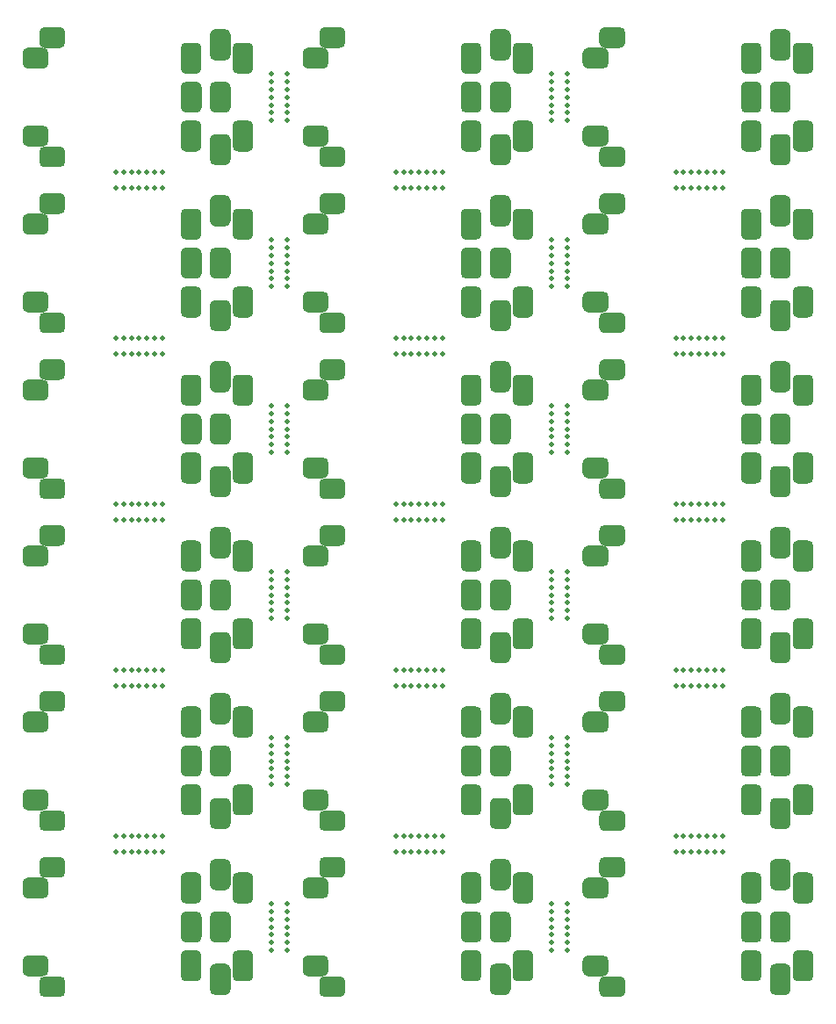
<source format=gts>
%TF.GenerationSoftware,KiCad,Pcbnew,(5.1.10)-1*%
%TF.CreationDate,2021-12-01T17:32:52+01:00*%
%TF.ProjectId,RelayAdapter_panelized,52656c61-7941-4646-9170-7465725f7061,rev?*%
%TF.SameCoordinates,Original*%
%TF.FileFunction,Soldermask,Top*%
%TF.FilePolarity,Negative*%
%FSLAX46Y46*%
G04 Gerber Fmt 4.6, Leading zero omitted, Abs format (unit mm)*
G04 Created by KiCad (PCBNEW (5.1.10)-1) date 2021-12-01 17:32:52*
%MOMM*%
%LPD*%
G01*
G04 APERTURE LIST*
%ADD10C,0.500000*%
G04 APERTURE END LIST*
D10*
%TO.C,mouse-bite-2mm-slot*%
X116750000Y-117250000D03*
X116750000Y-118750000D03*
X116000000Y-118750000D03*
X114500000Y-118750000D03*
X116000000Y-117250000D03*
X115250000Y-118750000D03*
X115250000Y-117250000D03*
X114500000Y-117250000D03*
X113000000Y-117250000D03*
X113000000Y-118750000D03*
X113750000Y-117250000D03*
X112250000Y-117250000D03*
X112250000Y-118750000D03*
X113750000Y-118750000D03*
%TD*%
%TO.C,mouse-bite-2mm-slot*%
X89750000Y-117250000D03*
X89750000Y-118750000D03*
X89000000Y-118750000D03*
X87500000Y-118750000D03*
X89000000Y-117250000D03*
X88250000Y-118750000D03*
X88250000Y-117250000D03*
X87500000Y-117250000D03*
X86000000Y-117250000D03*
X86000000Y-118750000D03*
X86750000Y-117250000D03*
X85250000Y-117250000D03*
X85250000Y-118750000D03*
X86750000Y-118750000D03*
%TD*%
%TO.C,mouse-bite-2mm-slot*%
X62750000Y-117250000D03*
X62750000Y-118750000D03*
X62000000Y-118750000D03*
X60500000Y-118750000D03*
X62000000Y-117250000D03*
X61250000Y-118750000D03*
X61250000Y-117250000D03*
X60500000Y-117250000D03*
X59000000Y-117250000D03*
X59000000Y-118750000D03*
X59750000Y-117250000D03*
X58250000Y-117250000D03*
X58250000Y-118750000D03*
X59750000Y-118750000D03*
%TD*%
%TO.C,mouse-bite-2mm-slot*%
X116750000Y-101250000D03*
X116750000Y-102750000D03*
X116000000Y-102750000D03*
X114500000Y-102750000D03*
X116000000Y-101250000D03*
X115250000Y-102750000D03*
X115250000Y-101250000D03*
X114500000Y-101250000D03*
X113000000Y-101250000D03*
X113000000Y-102750000D03*
X113750000Y-101250000D03*
X112250000Y-101250000D03*
X112250000Y-102750000D03*
X113750000Y-102750000D03*
%TD*%
%TO.C,mouse-bite-2mm-slot*%
X89750000Y-101250000D03*
X89750000Y-102750000D03*
X89000000Y-102750000D03*
X87500000Y-102750000D03*
X89000000Y-101250000D03*
X88250000Y-102750000D03*
X88250000Y-101250000D03*
X87500000Y-101250000D03*
X86000000Y-101250000D03*
X86000000Y-102750000D03*
X86750000Y-101250000D03*
X85250000Y-101250000D03*
X85250000Y-102750000D03*
X86750000Y-102750000D03*
%TD*%
%TO.C,mouse-bite-2mm-slot*%
X62750000Y-101250000D03*
X62750000Y-102750000D03*
X62000000Y-102750000D03*
X60500000Y-102750000D03*
X62000000Y-101250000D03*
X61250000Y-102750000D03*
X61250000Y-101250000D03*
X60500000Y-101250000D03*
X59000000Y-101250000D03*
X59000000Y-102750000D03*
X59750000Y-101250000D03*
X58250000Y-101250000D03*
X58250000Y-102750000D03*
X59750000Y-102750000D03*
%TD*%
%TO.C,mouse-bite-2mm-slot*%
X116750000Y-85250000D03*
X116750000Y-86750000D03*
X116000000Y-86750000D03*
X114500000Y-86750000D03*
X116000000Y-85250000D03*
X115250000Y-86750000D03*
X115250000Y-85250000D03*
X114500000Y-85250000D03*
X113000000Y-85250000D03*
X113000000Y-86750000D03*
X113750000Y-85250000D03*
X112250000Y-85250000D03*
X112250000Y-86750000D03*
X113750000Y-86750000D03*
%TD*%
%TO.C,mouse-bite-2mm-slot*%
X89750000Y-85250000D03*
X89750000Y-86750000D03*
X89000000Y-86750000D03*
X87500000Y-86750000D03*
X89000000Y-85250000D03*
X88250000Y-86750000D03*
X88250000Y-85250000D03*
X87500000Y-85250000D03*
X86000000Y-85250000D03*
X86000000Y-86750000D03*
X86750000Y-85250000D03*
X85250000Y-85250000D03*
X85250000Y-86750000D03*
X86750000Y-86750000D03*
%TD*%
%TO.C,mouse-bite-2mm-slot*%
X62750000Y-85250000D03*
X62750000Y-86750000D03*
X62000000Y-86750000D03*
X60500000Y-86750000D03*
X62000000Y-85250000D03*
X61250000Y-86750000D03*
X61250000Y-85250000D03*
X60500000Y-85250000D03*
X59000000Y-85250000D03*
X59000000Y-86750000D03*
X59750000Y-85250000D03*
X58250000Y-85250000D03*
X58250000Y-86750000D03*
X59750000Y-86750000D03*
%TD*%
%TO.C,mouse-bite-2mm-slot*%
X116750000Y-69250000D03*
X116750000Y-70750000D03*
X116000000Y-70750000D03*
X114500000Y-70750000D03*
X116000000Y-69250000D03*
X115250000Y-70750000D03*
X115250000Y-69250000D03*
X114500000Y-69250000D03*
X113000000Y-69250000D03*
X113000000Y-70750000D03*
X113750000Y-69250000D03*
X112250000Y-69250000D03*
X112250000Y-70750000D03*
X113750000Y-70750000D03*
%TD*%
%TO.C,mouse-bite-2mm-slot*%
X89750000Y-69250000D03*
X89750000Y-70750000D03*
X89000000Y-70750000D03*
X87500000Y-70750000D03*
X89000000Y-69250000D03*
X88250000Y-70750000D03*
X88250000Y-69250000D03*
X87500000Y-69250000D03*
X86000000Y-69250000D03*
X86000000Y-70750000D03*
X86750000Y-69250000D03*
X85250000Y-69250000D03*
X85250000Y-70750000D03*
X86750000Y-70750000D03*
%TD*%
%TO.C,mouse-bite-2mm-slot*%
X62750000Y-69250000D03*
X62750000Y-70750000D03*
X62000000Y-70750000D03*
X60500000Y-70750000D03*
X62000000Y-69250000D03*
X61250000Y-70750000D03*
X61250000Y-69250000D03*
X60500000Y-69250000D03*
X59000000Y-69250000D03*
X59000000Y-70750000D03*
X59750000Y-69250000D03*
X58250000Y-69250000D03*
X58250000Y-70750000D03*
X59750000Y-70750000D03*
%TD*%
%TO.C,mouse-bite-2mm-slot*%
X116750000Y-53250000D03*
X116750000Y-54750000D03*
X116000000Y-54750000D03*
X114500000Y-54750000D03*
X116000000Y-53250000D03*
X115250000Y-54750000D03*
X115250000Y-53250000D03*
X114500000Y-53250000D03*
X113000000Y-53250000D03*
X113000000Y-54750000D03*
X113750000Y-53250000D03*
X112250000Y-53250000D03*
X112250000Y-54750000D03*
X113750000Y-54750000D03*
%TD*%
%TO.C,mouse-bite-2mm-slot*%
X89750000Y-53250000D03*
X89750000Y-54750000D03*
X89000000Y-54750000D03*
X87500000Y-54750000D03*
X89000000Y-53250000D03*
X88250000Y-54750000D03*
X88250000Y-53250000D03*
X87500000Y-53250000D03*
X86000000Y-53250000D03*
X86000000Y-54750000D03*
X86750000Y-53250000D03*
X85250000Y-53250000D03*
X85250000Y-54750000D03*
X86750000Y-54750000D03*
%TD*%
%TO.C,mouse-bite-2mm-slot*%
X62750000Y-53250000D03*
X62750000Y-54750000D03*
X62000000Y-54750000D03*
X60500000Y-54750000D03*
X62000000Y-53250000D03*
X61250000Y-54750000D03*
X61250000Y-53250000D03*
X60500000Y-53250000D03*
X59000000Y-53250000D03*
X59000000Y-54750000D03*
X59750000Y-53250000D03*
X58250000Y-53250000D03*
X58250000Y-54750000D03*
X59750000Y-54750000D03*
%TD*%
%TO.C,mouse-bite-2mm-slot*%
X101750000Y-126750000D03*
X101750000Y-128250000D03*
X100250000Y-128250000D03*
X100250000Y-126750000D03*
X101750000Y-127500000D03*
X100250000Y-127500000D03*
X100250000Y-126000000D03*
X100250000Y-125250000D03*
X101750000Y-125250000D03*
X100250000Y-124500000D03*
X101750000Y-126000000D03*
X101750000Y-124500000D03*
X101750000Y-123750000D03*
X100250000Y-123750000D03*
%TD*%
%TO.C,mouse-bite-2mm-slot*%
X74750000Y-126750000D03*
X74750000Y-128250000D03*
X73250000Y-128250000D03*
X73250000Y-126750000D03*
X74750000Y-127500000D03*
X73250000Y-127500000D03*
X73250000Y-126000000D03*
X73250000Y-125250000D03*
X74750000Y-125250000D03*
X73250000Y-124500000D03*
X74750000Y-126000000D03*
X74750000Y-124500000D03*
X74750000Y-123750000D03*
X73250000Y-123750000D03*
%TD*%
%TO.C,mouse-bite-2mm-slot*%
X101750000Y-110750000D03*
X101750000Y-112250000D03*
X100250000Y-112250000D03*
X100250000Y-110750000D03*
X101750000Y-111500000D03*
X100250000Y-111500000D03*
X100250000Y-110000000D03*
X100250000Y-109250000D03*
X101750000Y-109250000D03*
X100250000Y-108500000D03*
X101750000Y-110000000D03*
X101750000Y-108500000D03*
X101750000Y-107750000D03*
X100250000Y-107750000D03*
%TD*%
%TO.C,mouse-bite-2mm-slot*%
X74750000Y-110750000D03*
X74750000Y-112250000D03*
X73250000Y-112250000D03*
X73250000Y-110750000D03*
X74750000Y-111500000D03*
X73250000Y-111500000D03*
X73250000Y-110000000D03*
X73250000Y-109250000D03*
X74750000Y-109250000D03*
X73250000Y-108500000D03*
X74750000Y-110000000D03*
X74750000Y-108500000D03*
X74750000Y-107750000D03*
X73250000Y-107750000D03*
%TD*%
%TO.C,mouse-bite-2mm-slot*%
X101750000Y-94750000D03*
X101750000Y-96250000D03*
X100250000Y-96250000D03*
X100250000Y-94750000D03*
X101750000Y-95500000D03*
X100250000Y-95500000D03*
X100250000Y-94000000D03*
X100250000Y-93250000D03*
X101750000Y-93250000D03*
X100250000Y-92500000D03*
X101750000Y-94000000D03*
X101750000Y-92500000D03*
X101750000Y-91750000D03*
X100250000Y-91750000D03*
%TD*%
%TO.C,mouse-bite-2mm-slot*%
X74750000Y-94750000D03*
X74750000Y-96250000D03*
X73250000Y-96250000D03*
X73250000Y-94750000D03*
X74750000Y-95500000D03*
X73250000Y-95500000D03*
X73250000Y-94000000D03*
X73250000Y-93250000D03*
X74750000Y-93250000D03*
X73250000Y-92500000D03*
X74750000Y-94000000D03*
X74750000Y-92500000D03*
X74750000Y-91750000D03*
X73250000Y-91750000D03*
%TD*%
%TO.C,mouse-bite-2mm-slot*%
X101750000Y-78750000D03*
X101750000Y-80250000D03*
X100250000Y-80250000D03*
X100250000Y-78750000D03*
X101750000Y-79500000D03*
X100250000Y-79500000D03*
X100250000Y-78000000D03*
X100250000Y-77250000D03*
X101750000Y-77250000D03*
X100250000Y-76500000D03*
X101750000Y-78000000D03*
X101750000Y-76500000D03*
X101750000Y-75750000D03*
X100250000Y-75750000D03*
%TD*%
%TO.C,mouse-bite-2mm-slot*%
X74750000Y-78750000D03*
X74750000Y-80250000D03*
X73250000Y-80250000D03*
X73250000Y-78750000D03*
X74750000Y-79500000D03*
X73250000Y-79500000D03*
X73250000Y-78000000D03*
X73250000Y-77250000D03*
X74750000Y-77250000D03*
X73250000Y-76500000D03*
X74750000Y-78000000D03*
X74750000Y-76500000D03*
X74750000Y-75750000D03*
X73250000Y-75750000D03*
%TD*%
%TO.C,mouse-bite-2mm-slot*%
X101750000Y-62750000D03*
X101750000Y-64250000D03*
X100250000Y-64250000D03*
X100250000Y-62750000D03*
X101750000Y-63500000D03*
X100250000Y-63500000D03*
X100250000Y-62000000D03*
X100250000Y-61250000D03*
X101750000Y-61250000D03*
X100250000Y-60500000D03*
X101750000Y-62000000D03*
X101750000Y-60500000D03*
X101750000Y-59750000D03*
X100250000Y-59750000D03*
%TD*%
%TO.C,mouse-bite-2mm-slot*%
X74750000Y-62750000D03*
X74750000Y-64250000D03*
X73250000Y-64250000D03*
X73250000Y-62750000D03*
X74750000Y-63500000D03*
X73250000Y-63500000D03*
X73250000Y-62000000D03*
X73250000Y-61250000D03*
X74750000Y-61250000D03*
X73250000Y-60500000D03*
X74750000Y-62000000D03*
X74750000Y-60500000D03*
X74750000Y-59750000D03*
X73250000Y-59750000D03*
%TD*%
%TO.C,mouse-bite-2mm-slot*%
X101750000Y-46750000D03*
X101750000Y-48250000D03*
X100250000Y-48250000D03*
X100250000Y-46750000D03*
X101750000Y-47500000D03*
X100250000Y-47500000D03*
X100250000Y-46000000D03*
X100250000Y-45250000D03*
X101750000Y-45250000D03*
X100250000Y-44500000D03*
X101750000Y-46000000D03*
X101750000Y-44500000D03*
X101750000Y-43750000D03*
X100250000Y-43750000D03*
%TD*%
%TO.C,mouse-bite-2mm-slot*%
X74750000Y-46750000D03*
X74750000Y-48250000D03*
X73250000Y-48250000D03*
X73250000Y-46750000D03*
X74750000Y-47500000D03*
X73250000Y-47500000D03*
X73250000Y-46000000D03*
X73250000Y-45250000D03*
X74750000Y-45250000D03*
X73250000Y-44500000D03*
X74750000Y-46000000D03*
X74750000Y-44500000D03*
X74750000Y-43750000D03*
X73250000Y-43750000D03*
%TD*%
%TO.C,K1*%
G36*
G01*
X123510001Y-130740001D02*
X123510001Y-128740001D01*
G75*
G02*
X124010001Y-128240001I500000J0D01*
G01*
X125010001Y-128240001D01*
G75*
G02*
X125510001Y-128740001I0J-500000D01*
G01*
X125510001Y-130740001D01*
G75*
G02*
X125010001Y-131240001I-500000J0D01*
G01*
X124010001Y-131240001D01*
G75*
G02*
X123510001Y-130740001I0J500000D01*
G01*
G37*
G36*
G01*
X118510001Y-130740001D02*
X118510001Y-128740001D01*
G75*
G02*
X119010001Y-128240001I500000J0D01*
G01*
X120010001Y-128240001D01*
G75*
G02*
X120510001Y-128740001I0J-500000D01*
G01*
X120510001Y-130740001D01*
G75*
G02*
X120010001Y-131240001I-500000J0D01*
G01*
X119010001Y-131240001D01*
G75*
G02*
X118510001Y-130740001I0J500000D01*
G01*
G37*
G36*
G01*
X123510001Y-123240001D02*
X123510001Y-121240001D01*
G75*
G02*
X124010001Y-120740001I500000J0D01*
G01*
X125010001Y-120740001D01*
G75*
G02*
X125510001Y-121240001I0J-500000D01*
G01*
X125510001Y-123240001D01*
G75*
G02*
X125010001Y-123740001I-500000J0D01*
G01*
X124010001Y-123740001D01*
G75*
G02*
X123510001Y-123240001I0J500000D01*
G01*
G37*
G36*
G01*
X118510001Y-123240001D02*
X118510001Y-121240001D01*
G75*
G02*
X119010001Y-120740001I500000J0D01*
G01*
X120010001Y-120740001D01*
G75*
G02*
X120510001Y-121240001I0J-500000D01*
G01*
X120510001Y-123240001D01*
G75*
G02*
X120010001Y-123740001I-500000J0D01*
G01*
X119010001Y-123740001D01*
G75*
G02*
X118510001Y-123240001I0J500000D01*
G01*
G37*
G36*
G01*
X103260001Y-130240001D02*
X103260001Y-129240001D01*
G75*
G02*
X103760001Y-128740001I500000J0D01*
G01*
X105260001Y-128740001D01*
G75*
G02*
X105760001Y-129240001I0J-500000D01*
G01*
X105760001Y-130240001D01*
G75*
G02*
X105260001Y-130740001I-500000J0D01*
G01*
X103760001Y-130740001D01*
G75*
G02*
X103260001Y-130240001I0J500000D01*
G01*
G37*
G36*
G01*
X103260001Y-122740001D02*
X103260001Y-121740001D01*
G75*
G02*
X103760001Y-121240001I500000J0D01*
G01*
X105260001Y-121240001D01*
G75*
G02*
X105760001Y-121740001I0J-500000D01*
G01*
X105760001Y-122740001D01*
G75*
G02*
X105260001Y-123240001I-500000J0D01*
G01*
X103760001Y-123240001D01*
G75*
G02*
X103260001Y-122740001I0J500000D01*
G01*
G37*
%TD*%
%TO.C,K1*%
G36*
G01*
X96510001Y-130740001D02*
X96510001Y-128740001D01*
G75*
G02*
X97010001Y-128240001I500000J0D01*
G01*
X98010001Y-128240001D01*
G75*
G02*
X98510001Y-128740001I0J-500000D01*
G01*
X98510001Y-130740001D01*
G75*
G02*
X98010001Y-131240001I-500000J0D01*
G01*
X97010001Y-131240001D01*
G75*
G02*
X96510001Y-130740001I0J500000D01*
G01*
G37*
G36*
G01*
X91510001Y-130740001D02*
X91510001Y-128740001D01*
G75*
G02*
X92010001Y-128240001I500000J0D01*
G01*
X93010001Y-128240001D01*
G75*
G02*
X93510001Y-128740001I0J-500000D01*
G01*
X93510001Y-130740001D01*
G75*
G02*
X93010001Y-131240001I-500000J0D01*
G01*
X92010001Y-131240001D01*
G75*
G02*
X91510001Y-130740001I0J500000D01*
G01*
G37*
G36*
G01*
X96510001Y-123240001D02*
X96510001Y-121240001D01*
G75*
G02*
X97010001Y-120740001I500000J0D01*
G01*
X98010001Y-120740001D01*
G75*
G02*
X98510001Y-121240001I0J-500000D01*
G01*
X98510001Y-123240001D01*
G75*
G02*
X98010001Y-123740001I-500000J0D01*
G01*
X97010001Y-123740001D01*
G75*
G02*
X96510001Y-123240001I0J500000D01*
G01*
G37*
G36*
G01*
X91510001Y-123240001D02*
X91510001Y-121240001D01*
G75*
G02*
X92010001Y-120740001I500000J0D01*
G01*
X93010001Y-120740001D01*
G75*
G02*
X93510001Y-121240001I0J-500000D01*
G01*
X93510001Y-123240001D01*
G75*
G02*
X93010001Y-123740001I-500000J0D01*
G01*
X92010001Y-123740001D01*
G75*
G02*
X91510001Y-123240001I0J500000D01*
G01*
G37*
G36*
G01*
X76260001Y-130240001D02*
X76260001Y-129240001D01*
G75*
G02*
X76760001Y-128740001I500000J0D01*
G01*
X78260001Y-128740001D01*
G75*
G02*
X78760001Y-129240001I0J-500000D01*
G01*
X78760001Y-130240001D01*
G75*
G02*
X78260001Y-130740001I-500000J0D01*
G01*
X76760001Y-130740001D01*
G75*
G02*
X76260001Y-130240001I0J500000D01*
G01*
G37*
G36*
G01*
X76260001Y-122740001D02*
X76260001Y-121740001D01*
G75*
G02*
X76760001Y-121240001I500000J0D01*
G01*
X78260001Y-121240001D01*
G75*
G02*
X78760001Y-121740001I0J-500000D01*
G01*
X78760001Y-122740001D01*
G75*
G02*
X78260001Y-123240001I-500000J0D01*
G01*
X76760001Y-123240001D01*
G75*
G02*
X76260001Y-122740001I0J500000D01*
G01*
G37*
%TD*%
%TO.C,K1*%
G36*
G01*
X69510001Y-130740001D02*
X69510001Y-128740001D01*
G75*
G02*
X70010001Y-128240001I500000J0D01*
G01*
X71010001Y-128240001D01*
G75*
G02*
X71510001Y-128740001I0J-500000D01*
G01*
X71510001Y-130740001D01*
G75*
G02*
X71010001Y-131240001I-500000J0D01*
G01*
X70010001Y-131240001D01*
G75*
G02*
X69510001Y-130740001I0J500000D01*
G01*
G37*
G36*
G01*
X64510001Y-130740001D02*
X64510001Y-128740001D01*
G75*
G02*
X65010001Y-128240001I500000J0D01*
G01*
X66010001Y-128240001D01*
G75*
G02*
X66510001Y-128740001I0J-500000D01*
G01*
X66510001Y-130740001D01*
G75*
G02*
X66010001Y-131240001I-500000J0D01*
G01*
X65010001Y-131240001D01*
G75*
G02*
X64510001Y-130740001I0J500000D01*
G01*
G37*
G36*
G01*
X69510001Y-123240001D02*
X69510001Y-121240001D01*
G75*
G02*
X70010001Y-120740001I500000J0D01*
G01*
X71010001Y-120740001D01*
G75*
G02*
X71510001Y-121240001I0J-500000D01*
G01*
X71510001Y-123240001D01*
G75*
G02*
X71010001Y-123740001I-500000J0D01*
G01*
X70010001Y-123740001D01*
G75*
G02*
X69510001Y-123240001I0J500000D01*
G01*
G37*
G36*
G01*
X64510001Y-123240001D02*
X64510001Y-121240001D01*
G75*
G02*
X65010001Y-120740001I500000J0D01*
G01*
X66010001Y-120740001D01*
G75*
G02*
X66510001Y-121240001I0J-500000D01*
G01*
X66510001Y-123240001D01*
G75*
G02*
X66010001Y-123740001I-500000J0D01*
G01*
X65010001Y-123740001D01*
G75*
G02*
X64510001Y-123240001I0J500000D01*
G01*
G37*
G36*
G01*
X49260001Y-130240001D02*
X49260001Y-129240001D01*
G75*
G02*
X49760001Y-128740001I500000J0D01*
G01*
X51260001Y-128740001D01*
G75*
G02*
X51760001Y-129240001I0J-500000D01*
G01*
X51760001Y-130240001D01*
G75*
G02*
X51260001Y-130740001I-500000J0D01*
G01*
X49760001Y-130740001D01*
G75*
G02*
X49260001Y-130240001I0J500000D01*
G01*
G37*
G36*
G01*
X49260001Y-122740001D02*
X49260001Y-121740001D01*
G75*
G02*
X49760001Y-121240001I500000J0D01*
G01*
X51260001Y-121240001D01*
G75*
G02*
X51760001Y-121740001I0J-500000D01*
G01*
X51760001Y-122740001D01*
G75*
G02*
X51260001Y-123240001I-500000J0D01*
G01*
X49760001Y-123240001D01*
G75*
G02*
X49260001Y-122740001I0J500000D01*
G01*
G37*
%TD*%
%TO.C,K1*%
G36*
G01*
X123510001Y-114740001D02*
X123510001Y-112740001D01*
G75*
G02*
X124010001Y-112240001I500000J0D01*
G01*
X125010001Y-112240001D01*
G75*
G02*
X125510001Y-112740001I0J-500000D01*
G01*
X125510001Y-114740001D01*
G75*
G02*
X125010001Y-115240001I-500000J0D01*
G01*
X124010001Y-115240001D01*
G75*
G02*
X123510001Y-114740001I0J500000D01*
G01*
G37*
G36*
G01*
X118510001Y-114740001D02*
X118510001Y-112740001D01*
G75*
G02*
X119010001Y-112240001I500000J0D01*
G01*
X120010001Y-112240001D01*
G75*
G02*
X120510001Y-112740001I0J-500000D01*
G01*
X120510001Y-114740001D01*
G75*
G02*
X120010001Y-115240001I-500000J0D01*
G01*
X119010001Y-115240001D01*
G75*
G02*
X118510001Y-114740001I0J500000D01*
G01*
G37*
G36*
G01*
X123510001Y-107240001D02*
X123510001Y-105240001D01*
G75*
G02*
X124010001Y-104740001I500000J0D01*
G01*
X125010001Y-104740001D01*
G75*
G02*
X125510001Y-105240001I0J-500000D01*
G01*
X125510001Y-107240001D01*
G75*
G02*
X125010001Y-107740001I-500000J0D01*
G01*
X124010001Y-107740001D01*
G75*
G02*
X123510001Y-107240001I0J500000D01*
G01*
G37*
G36*
G01*
X118510001Y-107240001D02*
X118510001Y-105240001D01*
G75*
G02*
X119010001Y-104740001I500000J0D01*
G01*
X120010001Y-104740001D01*
G75*
G02*
X120510001Y-105240001I0J-500000D01*
G01*
X120510001Y-107240001D01*
G75*
G02*
X120010001Y-107740001I-500000J0D01*
G01*
X119010001Y-107740001D01*
G75*
G02*
X118510001Y-107240001I0J500000D01*
G01*
G37*
G36*
G01*
X103260001Y-114240001D02*
X103260001Y-113240001D01*
G75*
G02*
X103760001Y-112740001I500000J0D01*
G01*
X105260001Y-112740001D01*
G75*
G02*
X105760001Y-113240001I0J-500000D01*
G01*
X105760001Y-114240001D01*
G75*
G02*
X105260001Y-114740001I-500000J0D01*
G01*
X103760001Y-114740001D01*
G75*
G02*
X103260001Y-114240001I0J500000D01*
G01*
G37*
G36*
G01*
X103260001Y-106740001D02*
X103260001Y-105740001D01*
G75*
G02*
X103760001Y-105240001I500000J0D01*
G01*
X105260001Y-105240001D01*
G75*
G02*
X105760001Y-105740001I0J-500000D01*
G01*
X105760001Y-106740001D01*
G75*
G02*
X105260001Y-107240001I-500000J0D01*
G01*
X103760001Y-107240001D01*
G75*
G02*
X103260001Y-106740001I0J500000D01*
G01*
G37*
%TD*%
%TO.C,K1*%
G36*
G01*
X96510001Y-114740001D02*
X96510001Y-112740001D01*
G75*
G02*
X97010001Y-112240001I500000J0D01*
G01*
X98010001Y-112240001D01*
G75*
G02*
X98510001Y-112740001I0J-500000D01*
G01*
X98510001Y-114740001D01*
G75*
G02*
X98010001Y-115240001I-500000J0D01*
G01*
X97010001Y-115240001D01*
G75*
G02*
X96510001Y-114740001I0J500000D01*
G01*
G37*
G36*
G01*
X91510001Y-114740001D02*
X91510001Y-112740001D01*
G75*
G02*
X92010001Y-112240001I500000J0D01*
G01*
X93010001Y-112240001D01*
G75*
G02*
X93510001Y-112740001I0J-500000D01*
G01*
X93510001Y-114740001D01*
G75*
G02*
X93010001Y-115240001I-500000J0D01*
G01*
X92010001Y-115240001D01*
G75*
G02*
X91510001Y-114740001I0J500000D01*
G01*
G37*
G36*
G01*
X96510001Y-107240001D02*
X96510001Y-105240001D01*
G75*
G02*
X97010001Y-104740001I500000J0D01*
G01*
X98010001Y-104740001D01*
G75*
G02*
X98510001Y-105240001I0J-500000D01*
G01*
X98510001Y-107240001D01*
G75*
G02*
X98010001Y-107740001I-500000J0D01*
G01*
X97010001Y-107740001D01*
G75*
G02*
X96510001Y-107240001I0J500000D01*
G01*
G37*
G36*
G01*
X91510001Y-107240001D02*
X91510001Y-105240001D01*
G75*
G02*
X92010001Y-104740001I500000J0D01*
G01*
X93010001Y-104740001D01*
G75*
G02*
X93510001Y-105240001I0J-500000D01*
G01*
X93510001Y-107240001D01*
G75*
G02*
X93010001Y-107740001I-500000J0D01*
G01*
X92010001Y-107740001D01*
G75*
G02*
X91510001Y-107240001I0J500000D01*
G01*
G37*
G36*
G01*
X76260001Y-114240001D02*
X76260001Y-113240001D01*
G75*
G02*
X76760001Y-112740001I500000J0D01*
G01*
X78260001Y-112740001D01*
G75*
G02*
X78760001Y-113240001I0J-500000D01*
G01*
X78760001Y-114240001D01*
G75*
G02*
X78260001Y-114740001I-500000J0D01*
G01*
X76760001Y-114740001D01*
G75*
G02*
X76260001Y-114240001I0J500000D01*
G01*
G37*
G36*
G01*
X76260001Y-106740001D02*
X76260001Y-105740001D01*
G75*
G02*
X76760001Y-105240001I500000J0D01*
G01*
X78260001Y-105240001D01*
G75*
G02*
X78760001Y-105740001I0J-500000D01*
G01*
X78760001Y-106740001D01*
G75*
G02*
X78260001Y-107240001I-500000J0D01*
G01*
X76760001Y-107240001D01*
G75*
G02*
X76260001Y-106740001I0J500000D01*
G01*
G37*
%TD*%
%TO.C,K1*%
G36*
G01*
X69510001Y-114740001D02*
X69510001Y-112740001D01*
G75*
G02*
X70010001Y-112240001I500000J0D01*
G01*
X71010001Y-112240001D01*
G75*
G02*
X71510001Y-112740001I0J-500000D01*
G01*
X71510001Y-114740001D01*
G75*
G02*
X71010001Y-115240001I-500000J0D01*
G01*
X70010001Y-115240001D01*
G75*
G02*
X69510001Y-114740001I0J500000D01*
G01*
G37*
G36*
G01*
X64510001Y-114740001D02*
X64510001Y-112740001D01*
G75*
G02*
X65010001Y-112240001I500000J0D01*
G01*
X66010001Y-112240001D01*
G75*
G02*
X66510001Y-112740001I0J-500000D01*
G01*
X66510001Y-114740001D01*
G75*
G02*
X66010001Y-115240001I-500000J0D01*
G01*
X65010001Y-115240001D01*
G75*
G02*
X64510001Y-114740001I0J500000D01*
G01*
G37*
G36*
G01*
X69510001Y-107240001D02*
X69510001Y-105240001D01*
G75*
G02*
X70010001Y-104740001I500000J0D01*
G01*
X71010001Y-104740001D01*
G75*
G02*
X71510001Y-105240001I0J-500000D01*
G01*
X71510001Y-107240001D01*
G75*
G02*
X71010001Y-107740001I-500000J0D01*
G01*
X70010001Y-107740001D01*
G75*
G02*
X69510001Y-107240001I0J500000D01*
G01*
G37*
G36*
G01*
X64510001Y-107240001D02*
X64510001Y-105240001D01*
G75*
G02*
X65010001Y-104740001I500000J0D01*
G01*
X66010001Y-104740001D01*
G75*
G02*
X66510001Y-105240001I0J-500000D01*
G01*
X66510001Y-107240001D01*
G75*
G02*
X66010001Y-107740001I-500000J0D01*
G01*
X65010001Y-107740001D01*
G75*
G02*
X64510001Y-107240001I0J500000D01*
G01*
G37*
G36*
G01*
X49260001Y-114240001D02*
X49260001Y-113240001D01*
G75*
G02*
X49760001Y-112740001I500000J0D01*
G01*
X51260001Y-112740001D01*
G75*
G02*
X51760001Y-113240001I0J-500000D01*
G01*
X51760001Y-114240001D01*
G75*
G02*
X51260001Y-114740001I-500000J0D01*
G01*
X49760001Y-114740001D01*
G75*
G02*
X49260001Y-114240001I0J500000D01*
G01*
G37*
G36*
G01*
X49260001Y-106740001D02*
X49260001Y-105740001D01*
G75*
G02*
X49760001Y-105240001I500000J0D01*
G01*
X51260001Y-105240001D01*
G75*
G02*
X51760001Y-105740001I0J-500000D01*
G01*
X51760001Y-106740001D01*
G75*
G02*
X51260001Y-107240001I-500000J0D01*
G01*
X49760001Y-107240001D01*
G75*
G02*
X49260001Y-106740001I0J500000D01*
G01*
G37*
%TD*%
%TO.C,K1*%
G36*
G01*
X123510001Y-98740001D02*
X123510001Y-96740001D01*
G75*
G02*
X124010001Y-96240001I500000J0D01*
G01*
X125010001Y-96240001D01*
G75*
G02*
X125510001Y-96740001I0J-500000D01*
G01*
X125510001Y-98740001D01*
G75*
G02*
X125010001Y-99240001I-500000J0D01*
G01*
X124010001Y-99240001D01*
G75*
G02*
X123510001Y-98740001I0J500000D01*
G01*
G37*
G36*
G01*
X118510001Y-98740001D02*
X118510001Y-96740001D01*
G75*
G02*
X119010001Y-96240001I500000J0D01*
G01*
X120010001Y-96240001D01*
G75*
G02*
X120510001Y-96740001I0J-500000D01*
G01*
X120510001Y-98740001D01*
G75*
G02*
X120010001Y-99240001I-500000J0D01*
G01*
X119010001Y-99240001D01*
G75*
G02*
X118510001Y-98740001I0J500000D01*
G01*
G37*
G36*
G01*
X123510001Y-91240001D02*
X123510001Y-89240001D01*
G75*
G02*
X124010001Y-88740001I500000J0D01*
G01*
X125010001Y-88740001D01*
G75*
G02*
X125510001Y-89240001I0J-500000D01*
G01*
X125510001Y-91240001D01*
G75*
G02*
X125010001Y-91740001I-500000J0D01*
G01*
X124010001Y-91740001D01*
G75*
G02*
X123510001Y-91240001I0J500000D01*
G01*
G37*
G36*
G01*
X118510001Y-91240001D02*
X118510001Y-89240001D01*
G75*
G02*
X119010001Y-88740001I500000J0D01*
G01*
X120010001Y-88740001D01*
G75*
G02*
X120510001Y-89240001I0J-500000D01*
G01*
X120510001Y-91240001D01*
G75*
G02*
X120010001Y-91740001I-500000J0D01*
G01*
X119010001Y-91740001D01*
G75*
G02*
X118510001Y-91240001I0J500000D01*
G01*
G37*
G36*
G01*
X103260001Y-98240001D02*
X103260001Y-97240001D01*
G75*
G02*
X103760001Y-96740001I500000J0D01*
G01*
X105260001Y-96740001D01*
G75*
G02*
X105760001Y-97240001I0J-500000D01*
G01*
X105760001Y-98240001D01*
G75*
G02*
X105260001Y-98740001I-500000J0D01*
G01*
X103760001Y-98740001D01*
G75*
G02*
X103260001Y-98240001I0J500000D01*
G01*
G37*
G36*
G01*
X103260001Y-90740001D02*
X103260001Y-89740001D01*
G75*
G02*
X103760001Y-89240001I500000J0D01*
G01*
X105260001Y-89240001D01*
G75*
G02*
X105760001Y-89740001I0J-500000D01*
G01*
X105760001Y-90740001D01*
G75*
G02*
X105260001Y-91240001I-500000J0D01*
G01*
X103760001Y-91240001D01*
G75*
G02*
X103260001Y-90740001I0J500000D01*
G01*
G37*
%TD*%
%TO.C,K1*%
G36*
G01*
X96510001Y-98740001D02*
X96510001Y-96740001D01*
G75*
G02*
X97010001Y-96240001I500000J0D01*
G01*
X98010001Y-96240001D01*
G75*
G02*
X98510001Y-96740001I0J-500000D01*
G01*
X98510001Y-98740001D01*
G75*
G02*
X98010001Y-99240001I-500000J0D01*
G01*
X97010001Y-99240001D01*
G75*
G02*
X96510001Y-98740001I0J500000D01*
G01*
G37*
G36*
G01*
X91510001Y-98740001D02*
X91510001Y-96740001D01*
G75*
G02*
X92010001Y-96240001I500000J0D01*
G01*
X93010001Y-96240001D01*
G75*
G02*
X93510001Y-96740001I0J-500000D01*
G01*
X93510001Y-98740001D01*
G75*
G02*
X93010001Y-99240001I-500000J0D01*
G01*
X92010001Y-99240001D01*
G75*
G02*
X91510001Y-98740001I0J500000D01*
G01*
G37*
G36*
G01*
X96510001Y-91240001D02*
X96510001Y-89240001D01*
G75*
G02*
X97010001Y-88740001I500000J0D01*
G01*
X98010001Y-88740001D01*
G75*
G02*
X98510001Y-89240001I0J-500000D01*
G01*
X98510001Y-91240001D01*
G75*
G02*
X98010001Y-91740001I-500000J0D01*
G01*
X97010001Y-91740001D01*
G75*
G02*
X96510001Y-91240001I0J500000D01*
G01*
G37*
G36*
G01*
X91510001Y-91240001D02*
X91510001Y-89240001D01*
G75*
G02*
X92010001Y-88740001I500000J0D01*
G01*
X93010001Y-88740001D01*
G75*
G02*
X93510001Y-89240001I0J-500000D01*
G01*
X93510001Y-91240001D01*
G75*
G02*
X93010001Y-91740001I-500000J0D01*
G01*
X92010001Y-91740001D01*
G75*
G02*
X91510001Y-91240001I0J500000D01*
G01*
G37*
G36*
G01*
X76260001Y-98240001D02*
X76260001Y-97240001D01*
G75*
G02*
X76760001Y-96740001I500000J0D01*
G01*
X78260001Y-96740001D01*
G75*
G02*
X78760001Y-97240001I0J-500000D01*
G01*
X78760001Y-98240001D01*
G75*
G02*
X78260001Y-98740001I-500000J0D01*
G01*
X76760001Y-98740001D01*
G75*
G02*
X76260001Y-98240001I0J500000D01*
G01*
G37*
G36*
G01*
X76260001Y-90740001D02*
X76260001Y-89740001D01*
G75*
G02*
X76760001Y-89240001I500000J0D01*
G01*
X78260001Y-89240001D01*
G75*
G02*
X78760001Y-89740001I0J-500000D01*
G01*
X78760001Y-90740001D01*
G75*
G02*
X78260001Y-91240001I-500000J0D01*
G01*
X76760001Y-91240001D01*
G75*
G02*
X76260001Y-90740001I0J500000D01*
G01*
G37*
%TD*%
%TO.C,K1*%
G36*
G01*
X69510001Y-98740001D02*
X69510001Y-96740001D01*
G75*
G02*
X70010001Y-96240001I500000J0D01*
G01*
X71010001Y-96240001D01*
G75*
G02*
X71510001Y-96740001I0J-500000D01*
G01*
X71510001Y-98740001D01*
G75*
G02*
X71010001Y-99240001I-500000J0D01*
G01*
X70010001Y-99240001D01*
G75*
G02*
X69510001Y-98740001I0J500000D01*
G01*
G37*
G36*
G01*
X64510001Y-98740001D02*
X64510001Y-96740001D01*
G75*
G02*
X65010001Y-96240001I500000J0D01*
G01*
X66010001Y-96240001D01*
G75*
G02*
X66510001Y-96740001I0J-500000D01*
G01*
X66510001Y-98740001D01*
G75*
G02*
X66010001Y-99240001I-500000J0D01*
G01*
X65010001Y-99240001D01*
G75*
G02*
X64510001Y-98740001I0J500000D01*
G01*
G37*
G36*
G01*
X69510001Y-91240001D02*
X69510001Y-89240001D01*
G75*
G02*
X70010001Y-88740001I500000J0D01*
G01*
X71010001Y-88740001D01*
G75*
G02*
X71510001Y-89240001I0J-500000D01*
G01*
X71510001Y-91240001D01*
G75*
G02*
X71010001Y-91740001I-500000J0D01*
G01*
X70010001Y-91740001D01*
G75*
G02*
X69510001Y-91240001I0J500000D01*
G01*
G37*
G36*
G01*
X64510001Y-91240001D02*
X64510001Y-89240001D01*
G75*
G02*
X65010001Y-88740001I500000J0D01*
G01*
X66010001Y-88740001D01*
G75*
G02*
X66510001Y-89240001I0J-500000D01*
G01*
X66510001Y-91240001D01*
G75*
G02*
X66010001Y-91740001I-500000J0D01*
G01*
X65010001Y-91740001D01*
G75*
G02*
X64510001Y-91240001I0J500000D01*
G01*
G37*
G36*
G01*
X49260001Y-98240001D02*
X49260001Y-97240001D01*
G75*
G02*
X49760001Y-96740001I500000J0D01*
G01*
X51260001Y-96740001D01*
G75*
G02*
X51760001Y-97240001I0J-500000D01*
G01*
X51760001Y-98240001D01*
G75*
G02*
X51260001Y-98740001I-500000J0D01*
G01*
X49760001Y-98740001D01*
G75*
G02*
X49260001Y-98240001I0J500000D01*
G01*
G37*
G36*
G01*
X49260001Y-90740001D02*
X49260001Y-89740001D01*
G75*
G02*
X49760001Y-89240001I500000J0D01*
G01*
X51260001Y-89240001D01*
G75*
G02*
X51760001Y-89740001I0J-500000D01*
G01*
X51760001Y-90740001D01*
G75*
G02*
X51260001Y-91240001I-500000J0D01*
G01*
X49760001Y-91240001D01*
G75*
G02*
X49260001Y-90740001I0J500000D01*
G01*
G37*
%TD*%
%TO.C,K1*%
G36*
G01*
X123510001Y-82740001D02*
X123510001Y-80740001D01*
G75*
G02*
X124010001Y-80240001I500000J0D01*
G01*
X125010001Y-80240001D01*
G75*
G02*
X125510001Y-80740001I0J-500000D01*
G01*
X125510001Y-82740001D01*
G75*
G02*
X125010001Y-83240001I-500000J0D01*
G01*
X124010001Y-83240001D01*
G75*
G02*
X123510001Y-82740001I0J500000D01*
G01*
G37*
G36*
G01*
X118510001Y-82740001D02*
X118510001Y-80740001D01*
G75*
G02*
X119010001Y-80240001I500000J0D01*
G01*
X120010001Y-80240001D01*
G75*
G02*
X120510001Y-80740001I0J-500000D01*
G01*
X120510001Y-82740001D01*
G75*
G02*
X120010001Y-83240001I-500000J0D01*
G01*
X119010001Y-83240001D01*
G75*
G02*
X118510001Y-82740001I0J500000D01*
G01*
G37*
G36*
G01*
X123510001Y-75240001D02*
X123510001Y-73240001D01*
G75*
G02*
X124010001Y-72740001I500000J0D01*
G01*
X125010001Y-72740001D01*
G75*
G02*
X125510001Y-73240001I0J-500000D01*
G01*
X125510001Y-75240001D01*
G75*
G02*
X125010001Y-75740001I-500000J0D01*
G01*
X124010001Y-75740001D01*
G75*
G02*
X123510001Y-75240001I0J500000D01*
G01*
G37*
G36*
G01*
X118510001Y-75240001D02*
X118510001Y-73240001D01*
G75*
G02*
X119010001Y-72740001I500000J0D01*
G01*
X120010001Y-72740001D01*
G75*
G02*
X120510001Y-73240001I0J-500000D01*
G01*
X120510001Y-75240001D01*
G75*
G02*
X120010001Y-75740001I-500000J0D01*
G01*
X119010001Y-75740001D01*
G75*
G02*
X118510001Y-75240001I0J500000D01*
G01*
G37*
G36*
G01*
X103260001Y-82240001D02*
X103260001Y-81240001D01*
G75*
G02*
X103760001Y-80740001I500000J0D01*
G01*
X105260001Y-80740001D01*
G75*
G02*
X105760001Y-81240001I0J-500000D01*
G01*
X105760001Y-82240001D01*
G75*
G02*
X105260001Y-82740001I-500000J0D01*
G01*
X103760001Y-82740001D01*
G75*
G02*
X103260001Y-82240001I0J500000D01*
G01*
G37*
G36*
G01*
X103260001Y-74740001D02*
X103260001Y-73740001D01*
G75*
G02*
X103760001Y-73240001I500000J0D01*
G01*
X105260001Y-73240001D01*
G75*
G02*
X105760001Y-73740001I0J-500000D01*
G01*
X105760001Y-74740001D01*
G75*
G02*
X105260001Y-75240001I-500000J0D01*
G01*
X103760001Y-75240001D01*
G75*
G02*
X103260001Y-74740001I0J500000D01*
G01*
G37*
%TD*%
%TO.C,K1*%
G36*
G01*
X96510001Y-82740001D02*
X96510001Y-80740001D01*
G75*
G02*
X97010001Y-80240001I500000J0D01*
G01*
X98010001Y-80240001D01*
G75*
G02*
X98510001Y-80740001I0J-500000D01*
G01*
X98510001Y-82740001D01*
G75*
G02*
X98010001Y-83240001I-500000J0D01*
G01*
X97010001Y-83240001D01*
G75*
G02*
X96510001Y-82740001I0J500000D01*
G01*
G37*
G36*
G01*
X91510001Y-82740001D02*
X91510001Y-80740001D01*
G75*
G02*
X92010001Y-80240001I500000J0D01*
G01*
X93010001Y-80240001D01*
G75*
G02*
X93510001Y-80740001I0J-500000D01*
G01*
X93510001Y-82740001D01*
G75*
G02*
X93010001Y-83240001I-500000J0D01*
G01*
X92010001Y-83240001D01*
G75*
G02*
X91510001Y-82740001I0J500000D01*
G01*
G37*
G36*
G01*
X96510001Y-75240001D02*
X96510001Y-73240001D01*
G75*
G02*
X97010001Y-72740001I500000J0D01*
G01*
X98010001Y-72740001D01*
G75*
G02*
X98510001Y-73240001I0J-500000D01*
G01*
X98510001Y-75240001D01*
G75*
G02*
X98010001Y-75740001I-500000J0D01*
G01*
X97010001Y-75740001D01*
G75*
G02*
X96510001Y-75240001I0J500000D01*
G01*
G37*
G36*
G01*
X91510001Y-75240001D02*
X91510001Y-73240001D01*
G75*
G02*
X92010001Y-72740001I500000J0D01*
G01*
X93010001Y-72740001D01*
G75*
G02*
X93510001Y-73240001I0J-500000D01*
G01*
X93510001Y-75240001D01*
G75*
G02*
X93010001Y-75740001I-500000J0D01*
G01*
X92010001Y-75740001D01*
G75*
G02*
X91510001Y-75240001I0J500000D01*
G01*
G37*
G36*
G01*
X76260001Y-82240001D02*
X76260001Y-81240001D01*
G75*
G02*
X76760001Y-80740001I500000J0D01*
G01*
X78260001Y-80740001D01*
G75*
G02*
X78760001Y-81240001I0J-500000D01*
G01*
X78760001Y-82240001D01*
G75*
G02*
X78260001Y-82740001I-500000J0D01*
G01*
X76760001Y-82740001D01*
G75*
G02*
X76260001Y-82240001I0J500000D01*
G01*
G37*
G36*
G01*
X76260001Y-74740001D02*
X76260001Y-73740001D01*
G75*
G02*
X76760001Y-73240001I500000J0D01*
G01*
X78260001Y-73240001D01*
G75*
G02*
X78760001Y-73740001I0J-500000D01*
G01*
X78760001Y-74740001D01*
G75*
G02*
X78260001Y-75240001I-500000J0D01*
G01*
X76760001Y-75240001D01*
G75*
G02*
X76260001Y-74740001I0J500000D01*
G01*
G37*
%TD*%
%TO.C,K1*%
G36*
G01*
X69510001Y-82740001D02*
X69510001Y-80740001D01*
G75*
G02*
X70010001Y-80240001I500000J0D01*
G01*
X71010001Y-80240001D01*
G75*
G02*
X71510001Y-80740001I0J-500000D01*
G01*
X71510001Y-82740001D01*
G75*
G02*
X71010001Y-83240001I-500000J0D01*
G01*
X70010001Y-83240001D01*
G75*
G02*
X69510001Y-82740001I0J500000D01*
G01*
G37*
G36*
G01*
X64510001Y-82740001D02*
X64510001Y-80740001D01*
G75*
G02*
X65010001Y-80240001I500000J0D01*
G01*
X66010001Y-80240001D01*
G75*
G02*
X66510001Y-80740001I0J-500000D01*
G01*
X66510001Y-82740001D01*
G75*
G02*
X66010001Y-83240001I-500000J0D01*
G01*
X65010001Y-83240001D01*
G75*
G02*
X64510001Y-82740001I0J500000D01*
G01*
G37*
G36*
G01*
X69510001Y-75240001D02*
X69510001Y-73240001D01*
G75*
G02*
X70010001Y-72740001I500000J0D01*
G01*
X71010001Y-72740001D01*
G75*
G02*
X71510001Y-73240001I0J-500000D01*
G01*
X71510001Y-75240001D01*
G75*
G02*
X71010001Y-75740001I-500000J0D01*
G01*
X70010001Y-75740001D01*
G75*
G02*
X69510001Y-75240001I0J500000D01*
G01*
G37*
G36*
G01*
X64510001Y-75240001D02*
X64510001Y-73240001D01*
G75*
G02*
X65010001Y-72740001I500000J0D01*
G01*
X66010001Y-72740001D01*
G75*
G02*
X66510001Y-73240001I0J-500000D01*
G01*
X66510001Y-75240001D01*
G75*
G02*
X66010001Y-75740001I-500000J0D01*
G01*
X65010001Y-75740001D01*
G75*
G02*
X64510001Y-75240001I0J500000D01*
G01*
G37*
G36*
G01*
X49260001Y-82240001D02*
X49260001Y-81240001D01*
G75*
G02*
X49760001Y-80740001I500000J0D01*
G01*
X51260001Y-80740001D01*
G75*
G02*
X51760001Y-81240001I0J-500000D01*
G01*
X51760001Y-82240001D01*
G75*
G02*
X51260001Y-82740001I-500000J0D01*
G01*
X49760001Y-82740001D01*
G75*
G02*
X49260001Y-82240001I0J500000D01*
G01*
G37*
G36*
G01*
X49260001Y-74740001D02*
X49260001Y-73740001D01*
G75*
G02*
X49760001Y-73240001I500000J0D01*
G01*
X51260001Y-73240001D01*
G75*
G02*
X51760001Y-73740001I0J-500000D01*
G01*
X51760001Y-74740001D01*
G75*
G02*
X51260001Y-75240001I-500000J0D01*
G01*
X49760001Y-75240001D01*
G75*
G02*
X49260001Y-74740001I0J500000D01*
G01*
G37*
%TD*%
%TO.C,K1*%
G36*
G01*
X123510001Y-66740001D02*
X123510001Y-64740001D01*
G75*
G02*
X124010001Y-64240001I500000J0D01*
G01*
X125010001Y-64240001D01*
G75*
G02*
X125510001Y-64740001I0J-500000D01*
G01*
X125510001Y-66740001D01*
G75*
G02*
X125010001Y-67240001I-500000J0D01*
G01*
X124010001Y-67240001D01*
G75*
G02*
X123510001Y-66740001I0J500000D01*
G01*
G37*
G36*
G01*
X118510001Y-66740001D02*
X118510001Y-64740001D01*
G75*
G02*
X119010001Y-64240001I500000J0D01*
G01*
X120010001Y-64240001D01*
G75*
G02*
X120510001Y-64740001I0J-500000D01*
G01*
X120510001Y-66740001D01*
G75*
G02*
X120010001Y-67240001I-500000J0D01*
G01*
X119010001Y-67240001D01*
G75*
G02*
X118510001Y-66740001I0J500000D01*
G01*
G37*
G36*
G01*
X123510001Y-59240001D02*
X123510001Y-57240001D01*
G75*
G02*
X124010001Y-56740001I500000J0D01*
G01*
X125010001Y-56740001D01*
G75*
G02*
X125510001Y-57240001I0J-500000D01*
G01*
X125510001Y-59240001D01*
G75*
G02*
X125010001Y-59740001I-500000J0D01*
G01*
X124010001Y-59740001D01*
G75*
G02*
X123510001Y-59240001I0J500000D01*
G01*
G37*
G36*
G01*
X118510001Y-59240001D02*
X118510001Y-57240001D01*
G75*
G02*
X119010001Y-56740001I500000J0D01*
G01*
X120010001Y-56740001D01*
G75*
G02*
X120510001Y-57240001I0J-500000D01*
G01*
X120510001Y-59240001D01*
G75*
G02*
X120010001Y-59740001I-500000J0D01*
G01*
X119010001Y-59740001D01*
G75*
G02*
X118510001Y-59240001I0J500000D01*
G01*
G37*
G36*
G01*
X103260001Y-66240001D02*
X103260001Y-65240001D01*
G75*
G02*
X103760001Y-64740001I500000J0D01*
G01*
X105260001Y-64740001D01*
G75*
G02*
X105760001Y-65240001I0J-500000D01*
G01*
X105760001Y-66240001D01*
G75*
G02*
X105260001Y-66740001I-500000J0D01*
G01*
X103760001Y-66740001D01*
G75*
G02*
X103260001Y-66240001I0J500000D01*
G01*
G37*
G36*
G01*
X103260001Y-58740001D02*
X103260001Y-57740001D01*
G75*
G02*
X103760001Y-57240001I500000J0D01*
G01*
X105260001Y-57240001D01*
G75*
G02*
X105760001Y-57740001I0J-500000D01*
G01*
X105760001Y-58740001D01*
G75*
G02*
X105260001Y-59240001I-500000J0D01*
G01*
X103760001Y-59240001D01*
G75*
G02*
X103260001Y-58740001I0J500000D01*
G01*
G37*
%TD*%
%TO.C,K1*%
G36*
G01*
X96510001Y-66740001D02*
X96510001Y-64740001D01*
G75*
G02*
X97010001Y-64240001I500000J0D01*
G01*
X98010001Y-64240001D01*
G75*
G02*
X98510001Y-64740001I0J-500000D01*
G01*
X98510001Y-66740001D01*
G75*
G02*
X98010001Y-67240001I-500000J0D01*
G01*
X97010001Y-67240001D01*
G75*
G02*
X96510001Y-66740001I0J500000D01*
G01*
G37*
G36*
G01*
X91510001Y-66740001D02*
X91510001Y-64740001D01*
G75*
G02*
X92010001Y-64240001I500000J0D01*
G01*
X93010001Y-64240001D01*
G75*
G02*
X93510001Y-64740001I0J-500000D01*
G01*
X93510001Y-66740001D01*
G75*
G02*
X93010001Y-67240001I-500000J0D01*
G01*
X92010001Y-67240001D01*
G75*
G02*
X91510001Y-66740001I0J500000D01*
G01*
G37*
G36*
G01*
X96510001Y-59240001D02*
X96510001Y-57240001D01*
G75*
G02*
X97010001Y-56740001I500000J0D01*
G01*
X98010001Y-56740001D01*
G75*
G02*
X98510001Y-57240001I0J-500000D01*
G01*
X98510001Y-59240001D01*
G75*
G02*
X98010001Y-59740001I-500000J0D01*
G01*
X97010001Y-59740001D01*
G75*
G02*
X96510001Y-59240001I0J500000D01*
G01*
G37*
G36*
G01*
X91510001Y-59240001D02*
X91510001Y-57240001D01*
G75*
G02*
X92010001Y-56740001I500000J0D01*
G01*
X93010001Y-56740001D01*
G75*
G02*
X93510001Y-57240001I0J-500000D01*
G01*
X93510001Y-59240001D01*
G75*
G02*
X93010001Y-59740001I-500000J0D01*
G01*
X92010001Y-59740001D01*
G75*
G02*
X91510001Y-59240001I0J500000D01*
G01*
G37*
G36*
G01*
X76260001Y-66240001D02*
X76260001Y-65240001D01*
G75*
G02*
X76760001Y-64740001I500000J0D01*
G01*
X78260001Y-64740001D01*
G75*
G02*
X78760001Y-65240001I0J-500000D01*
G01*
X78760001Y-66240001D01*
G75*
G02*
X78260001Y-66740001I-500000J0D01*
G01*
X76760001Y-66740001D01*
G75*
G02*
X76260001Y-66240001I0J500000D01*
G01*
G37*
G36*
G01*
X76260001Y-58740001D02*
X76260001Y-57740001D01*
G75*
G02*
X76760001Y-57240001I500000J0D01*
G01*
X78260001Y-57240001D01*
G75*
G02*
X78760001Y-57740001I0J-500000D01*
G01*
X78760001Y-58740001D01*
G75*
G02*
X78260001Y-59240001I-500000J0D01*
G01*
X76760001Y-59240001D01*
G75*
G02*
X76260001Y-58740001I0J500000D01*
G01*
G37*
%TD*%
%TO.C,K1*%
G36*
G01*
X69510001Y-66740001D02*
X69510001Y-64740001D01*
G75*
G02*
X70010001Y-64240001I500000J0D01*
G01*
X71010001Y-64240001D01*
G75*
G02*
X71510001Y-64740001I0J-500000D01*
G01*
X71510001Y-66740001D01*
G75*
G02*
X71010001Y-67240001I-500000J0D01*
G01*
X70010001Y-67240001D01*
G75*
G02*
X69510001Y-66740001I0J500000D01*
G01*
G37*
G36*
G01*
X64510001Y-66740001D02*
X64510001Y-64740001D01*
G75*
G02*
X65010001Y-64240001I500000J0D01*
G01*
X66010001Y-64240001D01*
G75*
G02*
X66510001Y-64740001I0J-500000D01*
G01*
X66510001Y-66740001D01*
G75*
G02*
X66010001Y-67240001I-500000J0D01*
G01*
X65010001Y-67240001D01*
G75*
G02*
X64510001Y-66740001I0J500000D01*
G01*
G37*
G36*
G01*
X69510001Y-59240001D02*
X69510001Y-57240001D01*
G75*
G02*
X70010001Y-56740001I500000J0D01*
G01*
X71010001Y-56740001D01*
G75*
G02*
X71510001Y-57240001I0J-500000D01*
G01*
X71510001Y-59240001D01*
G75*
G02*
X71010001Y-59740001I-500000J0D01*
G01*
X70010001Y-59740001D01*
G75*
G02*
X69510001Y-59240001I0J500000D01*
G01*
G37*
G36*
G01*
X64510001Y-59240001D02*
X64510001Y-57240001D01*
G75*
G02*
X65010001Y-56740001I500000J0D01*
G01*
X66010001Y-56740001D01*
G75*
G02*
X66510001Y-57240001I0J-500000D01*
G01*
X66510001Y-59240001D01*
G75*
G02*
X66010001Y-59740001I-500000J0D01*
G01*
X65010001Y-59740001D01*
G75*
G02*
X64510001Y-59240001I0J500000D01*
G01*
G37*
G36*
G01*
X49260001Y-66240001D02*
X49260001Y-65240001D01*
G75*
G02*
X49760001Y-64740001I500000J0D01*
G01*
X51260001Y-64740001D01*
G75*
G02*
X51760001Y-65240001I0J-500000D01*
G01*
X51760001Y-66240001D01*
G75*
G02*
X51260001Y-66740001I-500000J0D01*
G01*
X49760001Y-66740001D01*
G75*
G02*
X49260001Y-66240001I0J500000D01*
G01*
G37*
G36*
G01*
X49260001Y-58740001D02*
X49260001Y-57740001D01*
G75*
G02*
X49760001Y-57240001I500000J0D01*
G01*
X51260001Y-57240001D01*
G75*
G02*
X51760001Y-57740001I0J-500000D01*
G01*
X51760001Y-58740001D01*
G75*
G02*
X51260001Y-59240001I-500000J0D01*
G01*
X49760001Y-59240001D01*
G75*
G02*
X49260001Y-58740001I0J500000D01*
G01*
G37*
%TD*%
%TO.C,K1*%
G36*
G01*
X123510001Y-50740001D02*
X123510001Y-48740001D01*
G75*
G02*
X124010001Y-48240001I500000J0D01*
G01*
X125010001Y-48240001D01*
G75*
G02*
X125510001Y-48740001I0J-500000D01*
G01*
X125510001Y-50740001D01*
G75*
G02*
X125010001Y-51240001I-500000J0D01*
G01*
X124010001Y-51240001D01*
G75*
G02*
X123510001Y-50740001I0J500000D01*
G01*
G37*
G36*
G01*
X118510001Y-50740001D02*
X118510001Y-48740001D01*
G75*
G02*
X119010001Y-48240001I500000J0D01*
G01*
X120010001Y-48240001D01*
G75*
G02*
X120510001Y-48740001I0J-500000D01*
G01*
X120510001Y-50740001D01*
G75*
G02*
X120010001Y-51240001I-500000J0D01*
G01*
X119010001Y-51240001D01*
G75*
G02*
X118510001Y-50740001I0J500000D01*
G01*
G37*
G36*
G01*
X123510001Y-43240001D02*
X123510001Y-41240001D01*
G75*
G02*
X124010001Y-40740001I500000J0D01*
G01*
X125010001Y-40740001D01*
G75*
G02*
X125510001Y-41240001I0J-500000D01*
G01*
X125510001Y-43240001D01*
G75*
G02*
X125010001Y-43740001I-500000J0D01*
G01*
X124010001Y-43740001D01*
G75*
G02*
X123510001Y-43240001I0J500000D01*
G01*
G37*
G36*
G01*
X118510001Y-43240001D02*
X118510001Y-41240001D01*
G75*
G02*
X119010001Y-40740001I500000J0D01*
G01*
X120010001Y-40740001D01*
G75*
G02*
X120510001Y-41240001I0J-500000D01*
G01*
X120510001Y-43240001D01*
G75*
G02*
X120010001Y-43740001I-500000J0D01*
G01*
X119010001Y-43740001D01*
G75*
G02*
X118510001Y-43240001I0J500000D01*
G01*
G37*
G36*
G01*
X103260001Y-50240001D02*
X103260001Y-49240001D01*
G75*
G02*
X103760001Y-48740001I500000J0D01*
G01*
X105260001Y-48740001D01*
G75*
G02*
X105760001Y-49240001I0J-500000D01*
G01*
X105760001Y-50240001D01*
G75*
G02*
X105260001Y-50740001I-500000J0D01*
G01*
X103760001Y-50740001D01*
G75*
G02*
X103260001Y-50240001I0J500000D01*
G01*
G37*
G36*
G01*
X103260001Y-42740001D02*
X103260001Y-41740001D01*
G75*
G02*
X103760001Y-41240001I500000J0D01*
G01*
X105260001Y-41240001D01*
G75*
G02*
X105760001Y-41740001I0J-500000D01*
G01*
X105760001Y-42740001D01*
G75*
G02*
X105260001Y-43240001I-500000J0D01*
G01*
X103760001Y-43240001D01*
G75*
G02*
X103260001Y-42740001I0J500000D01*
G01*
G37*
%TD*%
%TO.C,K1*%
G36*
G01*
X96510001Y-50740001D02*
X96510001Y-48740001D01*
G75*
G02*
X97010001Y-48240001I500000J0D01*
G01*
X98010001Y-48240001D01*
G75*
G02*
X98510001Y-48740001I0J-500000D01*
G01*
X98510001Y-50740001D01*
G75*
G02*
X98010001Y-51240001I-500000J0D01*
G01*
X97010001Y-51240001D01*
G75*
G02*
X96510001Y-50740001I0J500000D01*
G01*
G37*
G36*
G01*
X91510001Y-50740001D02*
X91510001Y-48740001D01*
G75*
G02*
X92010001Y-48240001I500000J0D01*
G01*
X93010001Y-48240001D01*
G75*
G02*
X93510001Y-48740001I0J-500000D01*
G01*
X93510001Y-50740001D01*
G75*
G02*
X93010001Y-51240001I-500000J0D01*
G01*
X92010001Y-51240001D01*
G75*
G02*
X91510001Y-50740001I0J500000D01*
G01*
G37*
G36*
G01*
X96510001Y-43240001D02*
X96510001Y-41240001D01*
G75*
G02*
X97010001Y-40740001I500000J0D01*
G01*
X98010001Y-40740001D01*
G75*
G02*
X98510001Y-41240001I0J-500000D01*
G01*
X98510001Y-43240001D01*
G75*
G02*
X98010001Y-43740001I-500000J0D01*
G01*
X97010001Y-43740001D01*
G75*
G02*
X96510001Y-43240001I0J500000D01*
G01*
G37*
G36*
G01*
X91510001Y-43240001D02*
X91510001Y-41240001D01*
G75*
G02*
X92010001Y-40740001I500000J0D01*
G01*
X93010001Y-40740001D01*
G75*
G02*
X93510001Y-41240001I0J-500000D01*
G01*
X93510001Y-43240001D01*
G75*
G02*
X93010001Y-43740001I-500000J0D01*
G01*
X92010001Y-43740001D01*
G75*
G02*
X91510001Y-43240001I0J500000D01*
G01*
G37*
G36*
G01*
X76260001Y-50240001D02*
X76260001Y-49240001D01*
G75*
G02*
X76760001Y-48740001I500000J0D01*
G01*
X78260001Y-48740001D01*
G75*
G02*
X78760001Y-49240001I0J-500000D01*
G01*
X78760001Y-50240001D01*
G75*
G02*
X78260001Y-50740001I-500000J0D01*
G01*
X76760001Y-50740001D01*
G75*
G02*
X76260001Y-50240001I0J500000D01*
G01*
G37*
G36*
G01*
X76260001Y-42740001D02*
X76260001Y-41740001D01*
G75*
G02*
X76760001Y-41240001I500000J0D01*
G01*
X78260001Y-41240001D01*
G75*
G02*
X78760001Y-41740001I0J-500000D01*
G01*
X78760001Y-42740001D01*
G75*
G02*
X78260001Y-43240001I-500000J0D01*
G01*
X76760001Y-43240001D01*
G75*
G02*
X76260001Y-42740001I0J500000D01*
G01*
G37*
%TD*%
%TO.C,K2*%
G36*
G01*
X121325000Y-132050000D02*
X121325000Y-130050000D01*
G75*
G02*
X121825000Y-129550000I500000J0D01*
G01*
X122825000Y-129550000D01*
G75*
G02*
X123325000Y-130050000I0J-500000D01*
G01*
X123325000Y-132050000D01*
G75*
G02*
X122825000Y-132550000I-500000J0D01*
G01*
X121825000Y-132550000D01*
G75*
G02*
X121325000Y-132050000I0J500000D01*
G01*
G37*
G36*
G01*
X121325000Y-127000000D02*
X121325000Y-125000000D01*
G75*
G02*
X121825000Y-124500000I500000J0D01*
G01*
X122825000Y-124500000D01*
G75*
G02*
X123325000Y-125000000I0J-500000D01*
G01*
X123325000Y-127000000D01*
G75*
G02*
X122825000Y-127500000I-500000J0D01*
G01*
X121825000Y-127500000D01*
G75*
G02*
X121325000Y-127000000I0J500000D01*
G01*
G37*
G36*
G01*
X121325000Y-121950000D02*
X121325000Y-119950000D01*
G75*
G02*
X121825000Y-119450000I500000J0D01*
G01*
X122825000Y-119450000D01*
G75*
G02*
X123325000Y-119950000I0J-500000D01*
G01*
X123325000Y-121950000D01*
G75*
G02*
X122825000Y-122450000I-500000J0D01*
G01*
X121825000Y-122450000D01*
G75*
G02*
X121325000Y-121950000I0J500000D01*
G01*
G37*
G36*
G01*
X118525000Y-127000000D02*
X118525000Y-125000000D01*
G75*
G02*
X119025000Y-124500000I500000J0D01*
G01*
X120025000Y-124500000D01*
G75*
G02*
X120525000Y-125000000I0J-500000D01*
G01*
X120525000Y-127000000D01*
G75*
G02*
X120025000Y-127500000I-500000J0D01*
G01*
X119025000Y-127500000D01*
G75*
G02*
X118525000Y-127000000I0J500000D01*
G01*
G37*
G36*
G01*
X104875000Y-132250000D02*
X104875000Y-131250000D01*
G75*
G02*
X105375000Y-130750000I500000J0D01*
G01*
X106875000Y-130750000D01*
G75*
G02*
X107375000Y-131250000I0J-500000D01*
G01*
X107375000Y-132250000D01*
G75*
G02*
X106875000Y-132750000I-500000J0D01*
G01*
X105375000Y-132750000D01*
G75*
G02*
X104875000Y-132250000I0J500000D01*
G01*
G37*
G36*
G01*
X104875000Y-120750000D02*
X104875000Y-119750000D01*
G75*
G02*
X105375000Y-119250000I500000J0D01*
G01*
X106875000Y-119250000D01*
G75*
G02*
X107375000Y-119750000I0J-500000D01*
G01*
X107375000Y-120750000D01*
G75*
G02*
X106875000Y-121250000I-500000J0D01*
G01*
X105375000Y-121250000D01*
G75*
G02*
X104875000Y-120750000I0J500000D01*
G01*
G37*
%TD*%
%TO.C,K2*%
G36*
G01*
X94325000Y-132050000D02*
X94325000Y-130050000D01*
G75*
G02*
X94825000Y-129550000I500000J0D01*
G01*
X95825000Y-129550000D01*
G75*
G02*
X96325000Y-130050000I0J-500000D01*
G01*
X96325000Y-132050000D01*
G75*
G02*
X95825000Y-132550000I-500000J0D01*
G01*
X94825000Y-132550000D01*
G75*
G02*
X94325000Y-132050000I0J500000D01*
G01*
G37*
G36*
G01*
X94325000Y-127000000D02*
X94325000Y-125000000D01*
G75*
G02*
X94825000Y-124500000I500000J0D01*
G01*
X95825000Y-124500000D01*
G75*
G02*
X96325000Y-125000000I0J-500000D01*
G01*
X96325000Y-127000000D01*
G75*
G02*
X95825000Y-127500000I-500000J0D01*
G01*
X94825000Y-127500000D01*
G75*
G02*
X94325000Y-127000000I0J500000D01*
G01*
G37*
G36*
G01*
X94325000Y-121950000D02*
X94325000Y-119950000D01*
G75*
G02*
X94825000Y-119450000I500000J0D01*
G01*
X95825000Y-119450000D01*
G75*
G02*
X96325000Y-119950000I0J-500000D01*
G01*
X96325000Y-121950000D01*
G75*
G02*
X95825000Y-122450000I-500000J0D01*
G01*
X94825000Y-122450000D01*
G75*
G02*
X94325000Y-121950000I0J500000D01*
G01*
G37*
G36*
G01*
X91525000Y-127000000D02*
X91525000Y-125000000D01*
G75*
G02*
X92025000Y-124500000I500000J0D01*
G01*
X93025000Y-124500000D01*
G75*
G02*
X93525000Y-125000000I0J-500000D01*
G01*
X93525000Y-127000000D01*
G75*
G02*
X93025000Y-127500000I-500000J0D01*
G01*
X92025000Y-127500000D01*
G75*
G02*
X91525000Y-127000000I0J500000D01*
G01*
G37*
G36*
G01*
X77875000Y-132250000D02*
X77875000Y-131250000D01*
G75*
G02*
X78375000Y-130750000I500000J0D01*
G01*
X79875000Y-130750000D01*
G75*
G02*
X80375000Y-131250000I0J-500000D01*
G01*
X80375000Y-132250000D01*
G75*
G02*
X79875000Y-132750000I-500000J0D01*
G01*
X78375000Y-132750000D01*
G75*
G02*
X77875000Y-132250000I0J500000D01*
G01*
G37*
G36*
G01*
X77875000Y-120750000D02*
X77875000Y-119750000D01*
G75*
G02*
X78375000Y-119250000I500000J0D01*
G01*
X79875000Y-119250000D01*
G75*
G02*
X80375000Y-119750000I0J-500000D01*
G01*
X80375000Y-120750000D01*
G75*
G02*
X79875000Y-121250000I-500000J0D01*
G01*
X78375000Y-121250000D01*
G75*
G02*
X77875000Y-120750000I0J500000D01*
G01*
G37*
%TD*%
%TO.C,K2*%
G36*
G01*
X67325000Y-132050000D02*
X67325000Y-130050000D01*
G75*
G02*
X67825000Y-129550000I500000J0D01*
G01*
X68825000Y-129550000D01*
G75*
G02*
X69325000Y-130050000I0J-500000D01*
G01*
X69325000Y-132050000D01*
G75*
G02*
X68825000Y-132550000I-500000J0D01*
G01*
X67825000Y-132550000D01*
G75*
G02*
X67325000Y-132050000I0J500000D01*
G01*
G37*
G36*
G01*
X67325000Y-127000000D02*
X67325000Y-125000000D01*
G75*
G02*
X67825000Y-124500000I500000J0D01*
G01*
X68825000Y-124500000D01*
G75*
G02*
X69325000Y-125000000I0J-500000D01*
G01*
X69325000Y-127000000D01*
G75*
G02*
X68825000Y-127500000I-500000J0D01*
G01*
X67825000Y-127500000D01*
G75*
G02*
X67325000Y-127000000I0J500000D01*
G01*
G37*
G36*
G01*
X67325000Y-121950000D02*
X67325000Y-119950000D01*
G75*
G02*
X67825000Y-119450000I500000J0D01*
G01*
X68825000Y-119450000D01*
G75*
G02*
X69325000Y-119950000I0J-500000D01*
G01*
X69325000Y-121950000D01*
G75*
G02*
X68825000Y-122450000I-500000J0D01*
G01*
X67825000Y-122450000D01*
G75*
G02*
X67325000Y-121950000I0J500000D01*
G01*
G37*
G36*
G01*
X64525000Y-127000000D02*
X64525000Y-125000000D01*
G75*
G02*
X65025000Y-124500000I500000J0D01*
G01*
X66025000Y-124500000D01*
G75*
G02*
X66525000Y-125000000I0J-500000D01*
G01*
X66525000Y-127000000D01*
G75*
G02*
X66025000Y-127500000I-500000J0D01*
G01*
X65025000Y-127500000D01*
G75*
G02*
X64525000Y-127000000I0J500000D01*
G01*
G37*
G36*
G01*
X50875000Y-132250000D02*
X50875000Y-131250000D01*
G75*
G02*
X51375000Y-130750000I500000J0D01*
G01*
X52875000Y-130750000D01*
G75*
G02*
X53375000Y-131250000I0J-500000D01*
G01*
X53375000Y-132250000D01*
G75*
G02*
X52875000Y-132750000I-500000J0D01*
G01*
X51375000Y-132750000D01*
G75*
G02*
X50875000Y-132250000I0J500000D01*
G01*
G37*
G36*
G01*
X50875000Y-120750000D02*
X50875000Y-119750000D01*
G75*
G02*
X51375000Y-119250000I500000J0D01*
G01*
X52875000Y-119250000D01*
G75*
G02*
X53375000Y-119750000I0J-500000D01*
G01*
X53375000Y-120750000D01*
G75*
G02*
X52875000Y-121250000I-500000J0D01*
G01*
X51375000Y-121250000D01*
G75*
G02*
X50875000Y-120750000I0J500000D01*
G01*
G37*
%TD*%
%TO.C,K2*%
G36*
G01*
X121325000Y-116050000D02*
X121325000Y-114050000D01*
G75*
G02*
X121825000Y-113550000I500000J0D01*
G01*
X122825000Y-113550000D01*
G75*
G02*
X123325000Y-114050000I0J-500000D01*
G01*
X123325000Y-116050000D01*
G75*
G02*
X122825000Y-116550000I-500000J0D01*
G01*
X121825000Y-116550000D01*
G75*
G02*
X121325000Y-116050000I0J500000D01*
G01*
G37*
G36*
G01*
X121325000Y-111000000D02*
X121325000Y-109000000D01*
G75*
G02*
X121825000Y-108500000I500000J0D01*
G01*
X122825000Y-108500000D01*
G75*
G02*
X123325000Y-109000000I0J-500000D01*
G01*
X123325000Y-111000000D01*
G75*
G02*
X122825000Y-111500000I-500000J0D01*
G01*
X121825000Y-111500000D01*
G75*
G02*
X121325000Y-111000000I0J500000D01*
G01*
G37*
G36*
G01*
X121325000Y-105950000D02*
X121325000Y-103950000D01*
G75*
G02*
X121825000Y-103450000I500000J0D01*
G01*
X122825000Y-103450000D01*
G75*
G02*
X123325000Y-103950000I0J-500000D01*
G01*
X123325000Y-105950000D01*
G75*
G02*
X122825000Y-106450000I-500000J0D01*
G01*
X121825000Y-106450000D01*
G75*
G02*
X121325000Y-105950000I0J500000D01*
G01*
G37*
G36*
G01*
X118525000Y-111000000D02*
X118525000Y-109000000D01*
G75*
G02*
X119025000Y-108500000I500000J0D01*
G01*
X120025000Y-108500000D01*
G75*
G02*
X120525000Y-109000000I0J-500000D01*
G01*
X120525000Y-111000000D01*
G75*
G02*
X120025000Y-111500000I-500000J0D01*
G01*
X119025000Y-111500000D01*
G75*
G02*
X118525000Y-111000000I0J500000D01*
G01*
G37*
G36*
G01*
X104875000Y-116250000D02*
X104875000Y-115250000D01*
G75*
G02*
X105375000Y-114750000I500000J0D01*
G01*
X106875000Y-114750000D01*
G75*
G02*
X107375000Y-115250000I0J-500000D01*
G01*
X107375000Y-116250000D01*
G75*
G02*
X106875000Y-116750000I-500000J0D01*
G01*
X105375000Y-116750000D01*
G75*
G02*
X104875000Y-116250000I0J500000D01*
G01*
G37*
G36*
G01*
X104875000Y-104750000D02*
X104875000Y-103750000D01*
G75*
G02*
X105375000Y-103250000I500000J0D01*
G01*
X106875000Y-103250000D01*
G75*
G02*
X107375000Y-103750000I0J-500000D01*
G01*
X107375000Y-104750000D01*
G75*
G02*
X106875000Y-105250000I-500000J0D01*
G01*
X105375000Y-105250000D01*
G75*
G02*
X104875000Y-104750000I0J500000D01*
G01*
G37*
%TD*%
%TO.C,K2*%
G36*
G01*
X94325000Y-116050000D02*
X94325000Y-114050000D01*
G75*
G02*
X94825000Y-113550000I500000J0D01*
G01*
X95825000Y-113550000D01*
G75*
G02*
X96325000Y-114050000I0J-500000D01*
G01*
X96325000Y-116050000D01*
G75*
G02*
X95825000Y-116550000I-500000J0D01*
G01*
X94825000Y-116550000D01*
G75*
G02*
X94325000Y-116050000I0J500000D01*
G01*
G37*
G36*
G01*
X94325000Y-111000000D02*
X94325000Y-109000000D01*
G75*
G02*
X94825000Y-108500000I500000J0D01*
G01*
X95825000Y-108500000D01*
G75*
G02*
X96325000Y-109000000I0J-500000D01*
G01*
X96325000Y-111000000D01*
G75*
G02*
X95825000Y-111500000I-500000J0D01*
G01*
X94825000Y-111500000D01*
G75*
G02*
X94325000Y-111000000I0J500000D01*
G01*
G37*
G36*
G01*
X94325000Y-105950000D02*
X94325000Y-103950000D01*
G75*
G02*
X94825000Y-103450000I500000J0D01*
G01*
X95825000Y-103450000D01*
G75*
G02*
X96325000Y-103950000I0J-500000D01*
G01*
X96325000Y-105950000D01*
G75*
G02*
X95825000Y-106450000I-500000J0D01*
G01*
X94825000Y-106450000D01*
G75*
G02*
X94325000Y-105950000I0J500000D01*
G01*
G37*
G36*
G01*
X91525000Y-111000000D02*
X91525000Y-109000000D01*
G75*
G02*
X92025000Y-108500000I500000J0D01*
G01*
X93025000Y-108500000D01*
G75*
G02*
X93525000Y-109000000I0J-500000D01*
G01*
X93525000Y-111000000D01*
G75*
G02*
X93025000Y-111500000I-500000J0D01*
G01*
X92025000Y-111500000D01*
G75*
G02*
X91525000Y-111000000I0J500000D01*
G01*
G37*
G36*
G01*
X77875000Y-116250000D02*
X77875000Y-115250000D01*
G75*
G02*
X78375000Y-114750000I500000J0D01*
G01*
X79875000Y-114750000D01*
G75*
G02*
X80375000Y-115250000I0J-500000D01*
G01*
X80375000Y-116250000D01*
G75*
G02*
X79875000Y-116750000I-500000J0D01*
G01*
X78375000Y-116750000D01*
G75*
G02*
X77875000Y-116250000I0J500000D01*
G01*
G37*
G36*
G01*
X77875000Y-104750000D02*
X77875000Y-103750000D01*
G75*
G02*
X78375000Y-103250000I500000J0D01*
G01*
X79875000Y-103250000D01*
G75*
G02*
X80375000Y-103750000I0J-500000D01*
G01*
X80375000Y-104750000D01*
G75*
G02*
X79875000Y-105250000I-500000J0D01*
G01*
X78375000Y-105250000D01*
G75*
G02*
X77875000Y-104750000I0J500000D01*
G01*
G37*
%TD*%
%TO.C,K2*%
G36*
G01*
X67325000Y-116050000D02*
X67325000Y-114050000D01*
G75*
G02*
X67825000Y-113550000I500000J0D01*
G01*
X68825000Y-113550000D01*
G75*
G02*
X69325000Y-114050000I0J-500000D01*
G01*
X69325000Y-116050000D01*
G75*
G02*
X68825000Y-116550000I-500000J0D01*
G01*
X67825000Y-116550000D01*
G75*
G02*
X67325000Y-116050000I0J500000D01*
G01*
G37*
G36*
G01*
X67325000Y-111000000D02*
X67325000Y-109000000D01*
G75*
G02*
X67825000Y-108500000I500000J0D01*
G01*
X68825000Y-108500000D01*
G75*
G02*
X69325000Y-109000000I0J-500000D01*
G01*
X69325000Y-111000000D01*
G75*
G02*
X68825000Y-111500000I-500000J0D01*
G01*
X67825000Y-111500000D01*
G75*
G02*
X67325000Y-111000000I0J500000D01*
G01*
G37*
G36*
G01*
X67325000Y-105950000D02*
X67325000Y-103950000D01*
G75*
G02*
X67825000Y-103450000I500000J0D01*
G01*
X68825000Y-103450000D01*
G75*
G02*
X69325000Y-103950000I0J-500000D01*
G01*
X69325000Y-105950000D01*
G75*
G02*
X68825000Y-106450000I-500000J0D01*
G01*
X67825000Y-106450000D01*
G75*
G02*
X67325000Y-105950000I0J500000D01*
G01*
G37*
G36*
G01*
X64525000Y-111000000D02*
X64525000Y-109000000D01*
G75*
G02*
X65025000Y-108500000I500000J0D01*
G01*
X66025000Y-108500000D01*
G75*
G02*
X66525000Y-109000000I0J-500000D01*
G01*
X66525000Y-111000000D01*
G75*
G02*
X66025000Y-111500000I-500000J0D01*
G01*
X65025000Y-111500000D01*
G75*
G02*
X64525000Y-111000000I0J500000D01*
G01*
G37*
G36*
G01*
X50875000Y-116250000D02*
X50875000Y-115250000D01*
G75*
G02*
X51375000Y-114750000I500000J0D01*
G01*
X52875000Y-114750000D01*
G75*
G02*
X53375000Y-115250000I0J-500000D01*
G01*
X53375000Y-116250000D01*
G75*
G02*
X52875000Y-116750000I-500000J0D01*
G01*
X51375000Y-116750000D01*
G75*
G02*
X50875000Y-116250000I0J500000D01*
G01*
G37*
G36*
G01*
X50875000Y-104750000D02*
X50875000Y-103750000D01*
G75*
G02*
X51375000Y-103250000I500000J0D01*
G01*
X52875000Y-103250000D01*
G75*
G02*
X53375000Y-103750000I0J-500000D01*
G01*
X53375000Y-104750000D01*
G75*
G02*
X52875000Y-105250000I-500000J0D01*
G01*
X51375000Y-105250000D01*
G75*
G02*
X50875000Y-104750000I0J500000D01*
G01*
G37*
%TD*%
%TO.C,K2*%
G36*
G01*
X121325000Y-100050000D02*
X121325000Y-98050000D01*
G75*
G02*
X121825000Y-97550000I500000J0D01*
G01*
X122825000Y-97550000D01*
G75*
G02*
X123325000Y-98050000I0J-500000D01*
G01*
X123325000Y-100050000D01*
G75*
G02*
X122825000Y-100550000I-500000J0D01*
G01*
X121825000Y-100550000D01*
G75*
G02*
X121325000Y-100050000I0J500000D01*
G01*
G37*
G36*
G01*
X121325000Y-95000000D02*
X121325000Y-93000000D01*
G75*
G02*
X121825000Y-92500000I500000J0D01*
G01*
X122825000Y-92500000D01*
G75*
G02*
X123325000Y-93000000I0J-500000D01*
G01*
X123325000Y-95000000D01*
G75*
G02*
X122825000Y-95500000I-500000J0D01*
G01*
X121825000Y-95500000D01*
G75*
G02*
X121325000Y-95000000I0J500000D01*
G01*
G37*
G36*
G01*
X121325000Y-89950000D02*
X121325000Y-87950000D01*
G75*
G02*
X121825000Y-87450000I500000J0D01*
G01*
X122825000Y-87450000D01*
G75*
G02*
X123325000Y-87950000I0J-500000D01*
G01*
X123325000Y-89950000D01*
G75*
G02*
X122825000Y-90450000I-500000J0D01*
G01*
X121825000Y-90450000D01*
G75*
G02*
X121325000Y-89950000I0J500000D01*
G01*
G37*
G36*
G01*
X118525000Y-95000000D02*
X118525000Y-93000000D01*
G75*
G02*
X119025000Y-92500000I500000J0D01*
G01*
X120025000Y-92500000D01*
G75*
G02*
X120525000Y-93000000I0J-500000D01*
G01*
X120525000Y-95000000D01*
G75*
G02*
X120025000Y-95500000I-500000J0D01*
G01*
X119025000Y-95500000D01*
G75*
G02*
X118525000Y-95000000I0J500000D01*
G01*
G37*
G36*
G01*
X104875000Y-100250000D02*
X104875000Y-99250000D01*
G75*
G02*
X105375000Y-98750000I500000J0D01*
G01*
X106875000Y-98750000D01*
G75*
G02*
X107375000Y-99250000I0J-500000D01*
G01*
X107375000Y-100250000D01*
G75*
G02*
X106875000Y-100750000I-500000J0D01*
G01*
X105375000Y-100750000D01*
G75*
G02*
X104875000Y-100250000I0J500000D01*
G01*
G37*
G36*
G01*
X104875000Y-88750000D02*
X104875000Y-87750000D01*
G75*
G02*
X105375000Y-87250000I500000J0D01*
G01*
X106875000Y-87250000D01*
G75*
G02*
X107375000Y-87750000I0J-500000D01*
G01*
X107375000Y-88750000D01*
G75*
G02*
X106875000Y-89250000I-500000J0D01*
G01*
X105375000Y-89250000D01*
G75*
G02*
X104875000Y-88750000I0J500000D01*
G01*
G37*
%TD*%
%TO.C,K2*%
G36*
G01*
X94325000Y-100050000D02*
X94325000Y-98050000D01*
G75*
G02*
X94825000Y-97550000I500000J0D01*
G01*
X95825000Y-97550000D01*
G75*
G02*
X96325000Y-98050000I0J-500000D01*
G01*
X96325000Y-100050000D01*
G75*
G02*
X95825000Y-100550000I-500000J0D01*
G01*
X94825000Y-100550000D01*
G75*
G02*
X94325000Y-100050000I0J500000D01*
G01*
G37*
G36*
G01*
X94325000Y-95000000D02*
X94325000Y-93000000D01*
G75*
G02*
X94825000Y-92500000I500000J0D01*
G01*
X95825000Y-92500000D01*
G75*
G02*
X96325000Y-93000000I0J-500000D01*
G01*
X96325000Y-95000000D01*
G75*
G02*
X95825000Y-95500000I-500000J0D01*
G01*
X94825000Y-95500000D01*
G75*
G02*
X94325000Y-95000000I0J500000D01*
G01*
G37*
G36*
G01*
X94325000Y-89950000D02*
X94325000Y-87950000D01*
G75*
G02*
X94825000Y-87450000I500000J0D01*
G01*
X95825000Y-87450000D01*
G75*
G02*
X96325000Y-87950000I0J-500000D01*
G01*
X96325000Y-89950000D01*
G75*
G02*
X95825000Y-90450000I-500000J0D01*
G01*
X94825000Y-90450000D01*
G75*
G02*
X94325000Y-89950000I0J500000D01*
G01*
G37*
G36*
G01*
X91525000Y-95000000D02*
X91525000Y-93000000D01*
G75*
G02*
X92025000Y-92500000I500000J0D01*
G01*
X93025000Y-92500000D01*
G75*
G02*
X93525000Y-93000000I0J-500000D01*
G01*
X93525000Y-95000000D01*
G75*
G02*
X93025000Y-95500000I-500000J0D01*
G01*
X92025000Y-95500000D01*
G75*
G02*
X91525000Y-95000000I0J500000D01*
G01*
G37*
G36*
G01*
X77875000Y-100250000D02*
X77875000Y-99250000D01*
G75*
G02*
X78375000Y-98750000I500000J0D01*
G01*
X79875000Y-98750000D01*
G75*
G02*
X80375000Y-99250000I0J-500000D01*
G01*
X80375000Y-100250000D01*
G75*
G02*
X79875000Y-100750000I-500000J0D01*
G01*
X78375000Y-100750000D01*
G75*
G02*
X77875000Y-100250000I0J500000D01*
G01*
G37*
G36*
G01*
X77875000Y-88750000D02*
X77875000Y-87750000D01*
G75*
G02*
X78375000Y-87250000I500000J0D01*
G01*
X79875000Y-87250000D01*
G75*
G02*
X80375000Y-87750000I0J-500000D01*
G01*
X80375000Y-88750000D01*
G75*
G02*
X79875000Y-89250000I-500000J0D01*
G01*
X78375000Y-89250000D01*
G75*
G02*
X77875000Y-88750000I0J500000D01*
G01*
G37*
%TD*%
%TO.C,K2*%
G36*
G01*
X67325000Y-100050000D02*
X67325000Y-98050000D01*
G75*
G02*
X67825000Y-97550000I500000J0D01*
G01*
X68825000Y-97550000D01*
G75*
G02*
X69325000Y-98050000I0J-500000D01*
G01*
X69325000Y-100050000D01*
G75*
G02*
X68825000Y-100550000I-500000J0D01*
G01*
X67825000Y-100550000D01*
G75*
G02*
X67325000Y-100050000I0J500000D01*
G01*
G37*
G36*
G01*
X67325000Y-95000000D02*
X67325000Y-93000000D01*
G75*
G02*
X67825000Y-92500000I500000J0D01*
G01*
X68825000Y-92500000D01*
G75*
G02*
X69325000Y-93000000I0J-500000D01*
G01*
X69325000Y-95000000D01*
G75*
G02*
X68825000Y-95500000I-500000J0D01*
G01*
X67825000Y-95500000D01*
G75*
G02*
X67325000Y-95000000I0J500000D01*
G01*
G37*
G36*
G01*
X67325000Y-89950000D02*
X67325000Y-87950000D01*
G75*
G02*
X67825000Y-87450000I500000J0D01*
G01*
X68825000Y-87450000D01*
G75*
G02*
X69325000Y-87950000I0J-500000D01*
G01*
X69325000Y-89950000D01*
G75*
G02*
X68825000Y-90450000I-500000J0D01*
G01*
X67825000Y-90450000D01*
G75*
G02*
X67325000Y-89950000I0J500000D01*
G01*
G37*
G36*
G01*
X64525000Y-95000000D02*
X64525000Y-93000000D01*
G75*
G02*
X65025000Y-92500000I500000J0D01*
G01*
X66025000Y-92500000D01*
G75*
G02*
X66525000Y-93000000I0J-500000D01*
G01*
X66525000Y-95000000D01*
G75*
G02*
X66025000Y-95500000I-500000J0D01*
G01*
X65025000Y-95500000D01*
G75*
G02*
X64525000Y-95000000I0J500000D01*
G01*
G37*
G36*
G01*
X50875000Y-100250000D02*
X50875000Y-99250000D01*
G75*
G02*
X51375000Y-98750000I500000J0D01*
G01*
X52875000Y-98750000D01*
G75*
G02*
X53375000Y-99250000I0J-500000D01*
G01*
X53375000Y-100250000D01*
G75*
G02*
X52875000Y-100750000I-500000J0D01*
G01*
X51375000Y-100750000D01*
G75*
G02*
X50875000Y-100250000I0J500000D01*
G01*
G37*
G36*
G01*
X50875000Y-88750000D02*
X50875000Y-87750000D01*
G75*
G02*
X51375000Y-87250000I500000J0D01*
G01*
X52875000Y-87250000D01*
G75*
G02*
X53375000Y-87750000I0J-500000D01*
G01*
X53375000Y-88750000D01*
G75*
G02*
X52875000Y-89250000I-500000J0D01*
G01*
X51375000Y-89250000D01*
G75*
G02*
X50875000Y-88750000I0J500000D01*
G01*
G37*
%TD*%
%TO.C,K2*%
G36*
G01*
X121325000Y-84050000D02*
X121325000Y-82050000D01*
G75*
G02*
X121825000Y-81550000I500000J0D01*
G01*
X122825000Y-81550000D01*
G75*
G02*
X123325000Y-82050000I0J-500000D01*
G01*
X123325000Y-84050000D01*
G75*
G02*
X122825000Y-84550000I-500000J0D01*
G01*
X121825000Y-84550000D01*
G75*
G02*
X121325000Y-84050000I0J500000D01*
G01*
G37*
G36*
G01*
X121325000Y-79000000D02*
X121325000Y-77000000D01*
G75*
G02*
X121825000Y-76500000I500000J0D01*
G01*
X122825000Y-76500000D01*
G75*
G02*
X123325000Y-77000000I0J-500000D01*
G01*
X123325000Y-79000000D01*
G75*
G02*
X122825000Y-79500000I-500000J0D01*
G01*
X121825000Y-79500000D01*
G75*
G02*
X121325000Y-79000000I0J500000D01*
G01*
G37*
G36*
G01*
X121325000Y-73950000D02*
X121325000Y-71950000D01*
G75*
G02*
X121825000Y-71450000I500000J0D01*
G01*
X122825000Y-71450000D01*
G75*
G02*
X123325000Y-71950000I0J-500000D01*
G01*
X123325000Y-73950000D01*
G75*
G02*
X122825000Y-74450000I-500000J0D01*
G01*
X121825000Y-74450000D01*
G75*
G02*
X121325000Y-73950000I0J500000D01*
G01*
G37*
G36*
G01*
X118525000Y-79000000D02*
X118525000Y-77000000D01*
G75*
G02*
X119025000Y-76500000I500000J0D01*
G01*
X120025000Y-76500000D01*
G75*
G02*
X120525000Y-77000000I0J-500000D01*
G01*
X120525000Y-79000000D01*
G75*
G02*
X120025000Y-79500000I-500000J0D01*
G01*
X119025000Y-79500000D01*
G75*
G02*
X118525000Y-79000000I0J500000D01*
G01*
G37*
G36*
G01*
X104875000Y-84250000D02*
X104875000Y-83250000D01*
G75*
G02*
X105375000Y-82750000I500000J0D01*
G01*
X106875000Y-82750000D01*
G75*
G02*
X107375000Y-83250000I0J-500000D01*
G01*
X107375000Y-84250000D01*
G75*
G02*
X106875000Y-84750000I-500000J0D01*
G01*
X105375000Y-84750000D01*
G75*
G02*
X104875000Y-84250000I0J500000D01*
G01*
G37*
G36*
G01*
X104875000Y-72750000D02*
X104875000Y-71750000D01*
G75*
G02*
X105375000Y-71250000I500000J0D01*
G01*
X106875000Y-71250000D01*
G75*
G02*
X107375000Y-71750000I0J-500000D01*
G01*
X107375000Y-72750000D01*
G75*
G02*
X106875000Y-73250000I-500000J0D01*
G01*
X105375000Y-73250000D01*
G75*
G02*
X104875000Y-72750000I0J500000D01*
G01*
G37*
%TD*%
%TO.C,K2*%
G36*
G01*
X94325000Y-84050000D02*
X94325000Y-82050000D01*
G75*
G02*
X94825000Y-81550000I500000J0D01*
G01*
X95825000Y-81550000D01*
G75*
G02*
X96325000Y-82050000I0J-500000D01*
G01*
X96325000Y-84050000D01*
G75*
G02*
X95825000Y-84550000I-500000J0D01*
G01*
X94825000Y-84550000D01*
G75*
G02*
X94325000Y-84050000I0J500000D01*
G01*
G37*
G36*
G01*
X94325000Y-79000000D02*
X94325000Y-77000000D01*
G75*
G02*
X94825000Y-76500000I500000J0D01*
G01*
X95825000Y-76500000D01*
G75*
G02*
X96325000Y-77000000I0J-500000D01*
G01*
X96325000Y-79000000D01*
G75*
G02*
X95825000Y-79500000I-500000J0D01*
G01*
X94825000Y-79500000D01*
G75*
G02*
X94325000Y-79000000I0J500000D01*
G01*
G37*
G36*
G01*
X94325000Y-73950000D02*
X94325000Y-71950000D01*
G75*
G02*
X94825000Y-71450000I500000J0D01*
G01*
X95825000Y-71450000D01*
G75*
G02*
X96325000Y-71950000I0J-500000D01*
G01*
X96325000Y-73950000D01*
G75*
G02*
X95825000Y-74450000I-500000J0D01*
G01*
X94825000Y-74450000D01*
G75*
G02*
X94325000Y-73950000I0J500000D01*
G01*
G37*
G36*
G01*
X91525000Y-79000000D02*
X91525000Y-77000000D01*
G75*
G02*
X92025000Y-76500000I500000J0D01*
G01*
X93025000Y-76500000D01*
G75*
G02*
X93525000Y-77000000I0J-500000D01*
G01*
X93525000Y-79000000D01*
G75*
G02*
X93025000Y-79500000I-500000J0D01*
G01*
X92025000Y-79500000D01*
G75*
G02*
X91525000Y-79000000I0J500000D01*
G01*
G37*
G36*
G01*
X77875000Y-84250000D02*
X77875000Y-83250000D01*
G75*
G02*
X78375000Y-82750000I500000J0D01*
G01*
X79875000Y-82750000D01*
G75*
G02*
X80375000Y-83250000I0J-500000D01*
G01*
X80375000Y-84250000D01*
G75*
G02*
X79875000Y-84750000I-500000J0D01*
G01*
X78375000Y-84750000D01*
G75*
G02*
X77875000Y-84250000I0J500000D01*
G01*
G37*
G36*
G01*
X77875000Y-72750000D02*
X77875000Y-71750000D01*
G75*
G02*
X78375000Y-71250000I500000J0D01*
G01*
X79875000Y-71250000D01*
G75*
G02*
X80375000Y-71750000I0J-500000D01*
G01*
X80375000Y-72750000D01*
G75*
G02*
X79875000Y-73250000I-500000J0D01*
G01*
X78375000Y-73250000D01*
G75*
G02*
X77875000Y-72750000I0J500000D01*
G01*
G37*
%TD*%
%TO.C,K2*%
G36*
G01*
X67325000Y-84050000D02*
X67325000Y-82050000D01*
G75*
G02*
X67825000Y-81550000I500000J0D01*
G01*
X68825000Y-81550000D01*
G75*
G02*
X69325000Y-82050000I0J-500000D01*
G01*
X69325000Y-84050000D01*
G75*
G02*
X68825000Y-84550000I-500000J0D01*
G01*
X67825000Y-84550000D01*
G75*
G02*
X67325000Y-84050000I0J500000D01*
G01*
G37*
G36*
G01*
X67325000Y-79000000D02*
X67325000Y-77000000D01*
G75*
G02*
X67825000Y-76500000I500000J0D01*
G01*
X68825000Y-76500000D01*
G75*
G02*
X69325000Y-77000000I0J-500000D01*
G01*
X69325000Y-79000000D01*
G75*
G02*
X68825000Y-79500000I-500000J0D01*
G01*
X67825000Y-79500000D01*
G75*
G02*
X67325000Y-79000000I0J500000D01*
G01*
G37*
G36*
G01*
X67325000Y-73950000D02*
X67325000Y-71950000D01*
G75*
G02*
X67825000Y-71450000I500000J0D01*
G01*
X68825000Y-71450000D01*
G75*
G02*
X69325000Y-71950000I0J-500000D01*
G01*
X69325000Y-73950000D01*
G75*
G02*
X68825000Y-74450000I-500000J0D01*
G01*
X67825000Y-74450000D01*
G75*
G02*
X67325000Y-73950000I0J500000D01*
G01*
G37*
G36*
G01*
X64525000Y-79000000D02*
X64525000Y-77000000D01*
G75*
G02*
X65025000Y-76500000I500000J0D01*
G01*
X66025000Y-76500000D01*
G75*
G02*
X66525000Y-77000000I0J-500000D01*
G01*
X66525000Y-79000000D01*
G75*
G02*
X66025000Y-79500000I-500000J0D01*
G01*
X65025000Y-79500000D01*
G75*
G02*
X64525000Y-79000000I0J500000D01*
G01*
G37*
G36*
G01*
X50875000Y-84250000D02*
X50875000Y-83250000D01*
G75*
G02*
X51375000Y-82750000I500000J0D01*
G01*
X52875000Y-82750000D01*
G75*
G02*
X53375000Y-83250000I0J-500000D01*
G01*
X53375000Y-84250000D01*
G75*
G02*
X52875000Y-84750000I-500000J0D01*
G01*
X51375000Y-84750000D01*
G75*
G02*
X50875000Y-84250000I0J500000D01*
G01*
G37*
G36*
G01*
X50875000Y-72750000D02*
X50875000Y-71750000D01*
G75*
G02*
X51375000Y-71250000I500000J0D01*
G01*
X52875000Y-71250000D01*
G75*
G02*
X53375000Y-71750000I0J-500000D01*
G01*
X53375000Y-72750000D01*
G75*
G02*
X52875000Y-73250000I-500000J0D01*
G01*
X51375000Y-73250000D01*
G75*
G02*
X50875000Y-72750000I0J500000D01*
G01*
G37*
%TD*%
%TO.C,K2*%
G36*
G01*
X121325000Y-68050000D02*
X121325000Y-66050000D01*
G75*
G02*
X121825000Y-65550000I500000J0D01*
G01*
X122825000Y-65550000D01*
G75*
G02*
X123325000Y-66050000I0J-500000D01*
G01*
X123325000Y-68050000D01*
G75*
G02*
X122825000Y-68550000I-500000J0D01*
G01*
X121825000Y-68550000D01*
G75*
G02*
X121325000Y-68050000I0J500000D01*
G01*
G37*
G36*
G01*
X121325000Y-63000000D02*
X121325000Y-61000000D01*
G75*
G02*
X121825000Y-60500000I500000J0D01*
G01*
X122825000Y-60500000D01*
G75*
G02*
X123325000Y-61000000I0J-500000D01*
G01*
X123325000Y-63000000D01*
G75*
G02*
X122825000Y-63500000I-500000J0D01*
G01*
X121825000Y-63500000D01*
G75*
G02*
X121325000Y-63000000I0J500000D01*
G01*
G37*
G36*
G01*
X121325000Y-57950000D02*
X121325000Y-55950000D01*
G75*
G02*
X121825000Y-55450000I500000J0D01*
G01*
X122825000Y-55450000D01*
G75*
G02*
X123325000Y-55950000I0J-500000D01*
G01*
X123325000Y-57950000D01*
G75*
G02*
X122825000Y-58450000I-500000J0D01*
G01*
X121825000Y-58450000D01*
G75*
G02*
X121325000Y-57950000I0J500000D01*
G01*
G37*
G36*
G01*
X118525000Y-63000000D02*
X118525000Y-61000000D01*
G75*
G02*
X119025000Y-60500000I500000J0D01*
G01*
X120025000Y-60500000D01*
G75*
G02*
X120525000Y-61000000I0J-500000D01*
G01*
X120525000Y-63000000D01*
G75*
G02*
X120025000Y-63500000I-500000J0D01*
G01*
X119025000Y-63500000D01*
G75*
G02*
X118525000Y-63000000I0J500000D01*
G01*
G37*
G36*
G01*
X104875000Y-68250000D02*
X104875000Y-67250000D01*
G75*
G02*
X105375000Y-66750000I500000J0D01*
G01*
X106875000Y-66750000D01*
G75*
G02*
X107375000Y-67250000I0J-500000D01*
G01*
X107375000Y-68250000D01*
G75*
G02*
X106875000Y-68750000I-500000J0D01*
G01*
X105375000Y-68750000D01*
G75*
G02*
X104875000Y-68250000I0J500000D01*
G01*
G37*
G36*
G01*
X104875000Y-56750000D02*
X104875000Y-55750000D01*
G75*
G02*
X105375000Y-55250000I500000J0D01*
G01*
X106875000Y-55250000D01*
G75*
G02*
X107375000Y-55750000I0J-500000D01*
G01*
X107375000Y-56750000D01*
G75*
G02*
X106875000Y-57250000I-500000J0D01*
G01*
X105375000Y-57250000D01*
G75*
G02*
X104875000Y-56750000I0J500000D01*
G01*
G37*
%TD*%
%TO.C,K2*%
G36*
G01*
X94325000Y-68050000D02*
X94325000Y-66050000D01*
G75*
G02*
X94825000Y-65550000I500000J0D01*
G01*
X95825000Y-65550000D01*
G75*
G02*
X96325000Y-66050000I0J-500000D01*
G01*
X96325000Y-68050000D01*
G75*
G02*
X95825000Y-68550000I-500000J0D01*
G01*
X94825000Y-68550000D01*
G75*
G02*
X94325000Y-68050000I0J500000D01*
G01*
G37*
G36*
G01*
X94325000Y-63000000D02*
X94325000Y-61000000D01*
G75*
G02*
X94825000Y-60500000I500000J0D01*
G01*
X95825000Y-60500000D01*
G75*
G02*
X96325000Y-61000000I0J-500000D01*
G01*
X96325000Y-63000000D01*
G75*
G02*
X95825000Y-63500000I-500000J0D01*
G01*
X94825000Y-63500000D01*
G75*
G02*
X94325000Y-63000000I0J500000D01*
G01*
G37*
G36*
G01*
X94325000Y-57950000D02*
X94325000Y-55950000D01*
G75*
G02*
X94825000Y-55450000I500000J0D01*
G01*
X95825000Y-55450000D01*
G75*
G02*
X96325000Y-55950000I0J-500000D01*
G01*
X96325000Y-57950000D01*
G75*
G02*
X95825000Y-58450000I-500000J0D01*
G01*
X94825000Y-58450000D01*
G75*
G02*
X94325000Y-57950000I0J500000D01*
G01*
G37*
G36*
G01*
X91525000Y-63000000D02*
X91525000Y-61000000D01*
G75*
G02*
X92025000Y-60500000I500000J0D01*
G01*
X93025000Y-60500000D01*
G75*
G02*
X93525000Y-61000000I0J-500000D01*
G01*
X93525000Y-63000000D01*
G75*
G02*
X93025000Y-63500000I-500000J0D01*
G01*
X92025000Y-63500000D01*
G75*
G02*
X91525000Y-63000000I0J500000D01*
G01*
G37*
G36*
G01*
X77875000Y-68250000D02*
X77875000Y-67250000D01*
G75*
G02*
X78375000Y-66750000I500000J0D01*
G01*
X79875000Y-66750000D01*
G75*
G02*
X80375000Y-67250000I0J-500000D01*
G01*
X80375000Y-68250000D01*
G75*
G02*
X79875000Y-68750000I-500000J0D01*
G01*
X78375000Y-68750000D01*
G75*
G02*
X77875000Y-68250000I0J500000D01*
G01*
G37*
G36*
G01*
X77875000Y-56750000D02*
X77875000Y-55750000D01*
G75*
G02*
X78375000Y-55250000I500000J0D01*
G01*
X79875000Y-55250000D01*
G75*
G02*
X80375000Y-55750000I0J-500000D01*
G01*
X80375000Y-56750000D01*
G75*
G02*
X79875000Y-57250000I-500000J0D01*
G01*
X78375000Y-57250000D01*
G75*
G02*
X77875000Y-56750000I0J500000D01*
G01*
G37*
%TD*%
%TO.C,K2*%
G36*
G01*
X67325000Y-68050000D02*
X67325000Y-66050000D01*
G75*
G02*
X67825000Y-65550000I500000J0D01*
G01*
X68825000Y-65550000D01*
G75*
G02*
X69325000Y-66050000I0J-500000D01*
G01*
X69325000Y-68050000D01*
G75*
G02*
X68825000Y-68550000I-500000J0D01*
G01*
X67825000Y-68550000D01*
G75*
G02*
X67325000Y-68050000I0J500000D01*
G01*
G37*
G36*
G01*
X67325000Y-63000000D02*
X67325000Y-61000000D01*
G75*
G02*
X67825000Y-60500000I500000J0D01*
G01*
X68825000Y-60500000D01*
G75*
G02*
X69325000Y-61000000I0J-500000D01*
G01*
X69325000Y-63000000D01*
G75*
G02*
X68825000Y-63500000I-500000J0D01*
G01*
X67825000Y-63500000D01*
G75*
G02*
X67325000Y-63000000I0J500000D01*
G01*
G37*
G36*
G01*
X67325000Y-57950000D02*
X67325000Y-55950000D01*
G75*
G02*
X67825000Y-55450000I500000J0D01*
G01*
X68825000Y-55450000D01*
G75*
G02*
X69325000Y-55950000I0J-500000D01*
G01*
X69325000Y-57950000D01*
G75*
G02*
X68825000Y-58450000I-500000J0D01*
G01*
X67825000Y-58450000D01*
G75*
G02*
X67325000Y-57950000I0J500000D01*
G01*
G37*
G36*
G01*
X64525000Y-63000000D02*
X64525000Y-61000000D01*
G75*
G02*
X65025000Y-60500000I500000J0D01*
G01*
X66025000Y-60500000D01*
G75*
G02*
X66525000Y-61000000I0J-500000D01*
G01*
X66525000Y-63000000D01*
G75*
G02*
X66025000Y-63500000I-500000J0D01*
G01*
X65025000Y-63500000D01*
G75*
G02*
X64525000Y-63000000I0J500000D01*
G01*
G37*
G36*
G01*
X50875000Y-68250000D02*
X50875000Y-67250000D01*
G75*
G02*
X51375000Y-66750000I500000J0D01*
G01*
X52875000Y-66750000D01*
G75*
G02*
X53375000Y-67250000I0J-500000D01*
G01*
X53375000Y-68250000D01*
G75*
G02*
X52875000Y-68750000I-500000J0D01*
G01*
X51375000Y-68750000D01*
G75*
G02*
X50875000Y-68250000I0J500000D01*
G01*
G37*
G36*
G01*
X50875000Y-56750000D02*
X50875000Y-55750000D01*
G75*
G02*
X51375000Y-55250000I500000J0D01*
G01*
X52875000Y-55250000D01*
G75*
G02*
X53375000Y-55750000I0J-500000D01*
G01*
X53375000Y-56750000D01*
G75*
G02*
X52875000Y-57250000I-500000J0D01*
G01*
X51375000Y-57250000D01*
G75*
G02*
X50875000Y-56750000I0J500000D01*
G01*
G37*
%TD*%
%TO.C,K2*%
G36*
G01*
X121325000Y-52050000D02*
X121325000Y-50050000D01*
G75*
G02*
X121825000Y-49550000I500000J0D01*
G01*
X122825000Y-49550000D01*
G75*
G02*
X123325000Y-50050000I0J-500000D01*
G01*
X123325000Y-52050000D01*
G75*
G02*
X122825000Y-52550000I-500000J0D01*
G01*
X121825000Y-52550000D01*
G75*
G02*
X121325000Y-52050000I0J500000D01*
G01*
G37*
G36*
G01*
X121325000Y-47000000D02*
X121325000Y-45000000D01*
G75*
G02*
X121825000Y-44500000I500000J0D01*
G01*
X122825000Y-44500000D01*
G75*
G02*
X123325000Y-45000000I0J-500000D01*
G01*
X123325000Y-47000000D01*
G75*
G02*
X122825000Y-47500000I-500000J0D01*
G01*
X121825000Y-47500000D01*
G75*
G02*
X121325000Y-47000000I0J500000D01*
G01*
G37*
G36*
G01*
X121325000Y-41950000D02*
X121325000Y-39950000D01*
G75*
G02*
X121825000Y-39450000I500000J0D01*
G01*
X122825000Y-39450000D01*
G75*
G02*
X123325000Y-39950000I0J-500000D01*
G01*
X123325000Y-41950000D01*
G75*
G02*
X122825000Y-42450000I-500000J0D01*
G01*
X121825000Y-42450000D01*
G75*
G02*
X121325000Y-41950000I0J500000D01*
G01*
G37*
G36*
G01*
X118525000Y-47000000D02*
X118525000Y-45000000D01*
G75*
G02*
X119025000Y-44500000I500000J0D01*
G01*
X120025000Y-44500000D01*
G75*
G02*
X120525000Y-45000000I0J-500000D01*
G01*
X120525000Y-47000000D01*
G75*
G02*
X120025000Y-47500000I-500000J0D01*
G01*
X119025000Y-47500000D01*
G75*
G02*
X118525000Y-47000000I0J500000D01*
G01*
G37*
G36*
G01*
X104875000Y-52250000D02*
X104875000Y-51250000D01*
G75*
G02*
X105375000Y-50750000I500000J0D01*
G01*
X106875000Y-50750000D01*
G75*
G02*
X107375000Y-51250000I0J-500000D01*
G01*
X107375000Y-52250000D01*
G75*
G02*
X106875000Y-52750000I-500000J0D01*
G01*
X105375000Y-52750000D01*
G75*
G02*
X104875000Y-52250000I0J500000D01*
G01*
G37*
G36*
G01*
X104875000Y-40750000D02*
X104875000Y-39750000D01*
G75*
G02*
X105375000Y-39250000I500000J0D01*
G01*
X106875000Y-39250000D01*
G75*
G02*
X107375000Y-39750000I0J-500000D01*
G01*
X107375000Y-40750000D01*
G75*
G02*
X106875000Y-41250000I-500000J0D01*
G01*
X105375000Y-41250000D01*
G75*
G02*
X104875000Y-40750000I0J500000D01*
G01*
G37*
%TD*%
%TO.C,K2*%
G36*
G01*
X94325000Y-52050000D02*
X94325000Y-50050000D01*
G75*
G02*
X94825000Y-49550000I500000J0D01*
G01*
X95825000Y-49550000D01*
G75*
G02*
X96325000Y-50050000I0J-500000D01*
G01*
X96325000Y-52050000D01*
G75*
G02*
X95825000Y-52550000I-500000J0D01*
G01*
X94825000Y-52550000D01*
G75*
G02*
X94325000Y-52050000I0J500000D01*
G01*
G37*
G36*
G01*
X94325000Y-47000000D02*
X94325000Y-45000000D01*
G75*
G02*
X94825000Y-44500000I500000J0D01*
G01*
X95825000Y-44500000D01*
G75*
G02*
X96325000Y-45000000I0J-500000D01*
G01*
X96325000Y-47000000D01*
G75*
G02*
X95825000Y-47500000I-500000J0D01*
G01*
X94825000Y-47500000D01*
G75*
G02*
X94325000Y-47000000I0J500000D01*
G01*
G37*
G36*
G01*
X94325000Y-41950000D02*
X94325000Y-39950000D01*
G75*
G02*
X94825000Y-39450000I500000J0D01*
G01*
X95825000Y-39450000D01*
G75*
G02*
X96325000Y-39950000I0J-500000D01*
G01*
X96325000Y-41950000D01*
G75*
G02*
X95825000Y-42450000I-500000J0D01*
G01*
X94825000Y-42450000D01*
G75*
G02*
X94325000Y-41950000I0J500000D01*
G01*
G37*
G36*
G01*
X91525000Y-47000000D02*
X91525000Y-45000000D01*
G75*
G02*
X92025000Y-44500000I500000J0D01*
G01*
X93025000Y-44500000D01*
G75*
G02*
X93525000Y-45000000I0J-500000D01*
G01*
X93525000Y-47000000D01*
G75*
G02*
X93025000Y-47500000I-500000J0D01*
G01*
X92025000Y-47500000D01*
G75*
G02*
X91525000Y-47000000I0J500000D01*
G01*
G37*
G36*
G01*
X77875000Y-52250000D02*
X77875000Y-51250000D01*
G75*
G02*
X78375000Y-50750000I500000J0D01*
G01*
X79875000Y-50750000D01*
G75*
G02*
X80375000Y-51250000I0J-500000D01*
G01*
X80375000Y-52250000D01*
G75*
G02*
X79875000Y-52750000I-500000J0D01*
G01*
X78375000Y-52750000D01*
G75*
G02*
X77875000Y-52250000I0J500000D01*
G01*
G37*
G36*
G01*
X77875000Y-40750000D02*
X77875000Y-39750000D01*
G75*
G02*
X78375000Y-39250000I500000J0D01*
G01*
X79875000Y-39250000D01*
G75*
G02*
X80375000Y-39750000I0J-500000D01*
G01*
X80375000Y-40750000D01*
G75*
G02*
X79875000Y-41250000I-500000J0D01*
G01*
X78375000Y-41250000D01*
G75*
G02*
X77875000Y-40750000I0J500000D01*
G01*
G37*
%TD*%
%TO.C,K2*%
G36*
G01*
X50875000Y-40750000D02*
X50875000Y-39750000D01*
G75*
G02*
X51375000Y-39250000I500000J0D01*
G01*
X52875000Y-39250000D01*
G75*
G02*
X53375000Y-39750000I0J-500000D01*
G01*
X53375000Y-40750000D01*
G75*
G02*
X52875000Y-41250000I-500000J0D01*
G01*
X51375000Y-41250000D01*
G75*
G02*
X50875000Y-40750000I0J500000D01*
G01*
G37*
G36*
G01*
X50875000Y-52250000D02*
X50875000Y-51250000D01*
G75*
G02*
X51375000Y-50750000I500000J0D01*
G01*
X52875000Y-50750000D01*
G75*
G02*
X53375000Y-51250000I0J-500000D01*
G01*
X53375000Y-52250000D01*
G75*
G02*
X52875000Y-52750000I-500000J0D01*
G01*
X51375000Y-52750000D01*
G75*
G02*
X50875000Y-52250000I0J500000D01*
G01*
G37*
G36*
G01*
X64525000Y-47000000D02*
X64525000Y-45000000D01*
G75*
G02*
X65025000Y-44500000I500000J0D01*
G01*
X66025000Y-44500000D01*
G75*
G02*
X66525000Y-45000000I0J-500000D01*
G01*
X66525000Y-47000000D01*
G75*
G02*
X66025000Y-47500000I-500000J0D01*
G01*
X65025000Y-47500000D01*
G75*
G02*
X64525000Y-47000000I0J500000D01*
G01*
G37*
G36*
G01*
X67325000Y-41950000D02*
X67325000Y-39950000D01*
G75*
G02*
X67825000Y-39450000I500000J0D01*
G01*
X68825000Y-39450000D01*
G75*
G02*
X69325000Y-39950000I0J-500000D01*
G01*
X69325000Y-41950000D01*
G75*
G02*
X68825000Y-42450000I-500000J0D01*
G01*
X67825000Y-42450000D01*
G75*
G02*
X67325000Y-41950000I0J500000D01*
G01*
G37*
G36*
G01*
X67325000Y-47000000D02*
X67325000Y-45000000D01*
G75*
G02*
X67825000Y-44500000I500000J0D01*
G01*
X68825000Y-44500000D01*
G75*
G02*
X69325000Y-45000000I0J-500000D01*
G01*
X69325000Y-47000000D01*
G75*
G02*
X68825000Y-47500000I-500000J0D01*
G01*
X67825000Y-47500000D01*
G75*
G02*
X67325000Y-47000000I0J500000D01*
G01*
G37*
G36*
G01*
X67325000Y-52050000D02*
X67325000Y-50050000D01*
G75*
G02*
X67825000Y-49550000I500000J0D01*
G01*
X68825000Y-49550000D01*
G75*
G02*
X69325000Y-50050000I0J-500000D01*
G01*
X69325000Y-52050000D01*
G75*
G02*
X68825000Y-52550000I-500000J0D01*
G01*
X67825000Y-52550000D01*
G75*
G02*
X67325000Y-52050000I0J500000D01*
G01*
G37*
%TD*%
%TO.C,K1*%
G36*
G01*
X49260001Y-42740001D02*
X49260001Y-41740001D01*
G75*
G02*
X49760001Y-41240001I500000J0D01*
G01*
X51260001Y-41240001D01*
G75*
G02*
X51760001Y-41740001I0J-500000D01*
G01*
X51760001Y-42740001D01*
G75*
G02*
X51260001Y-43240001I-500000J0D01*
G01*
X49760001Y-43240001D01*
G75*
G02*
X49260001Y-42740001I0J500000D01*
G01*
G37*
G36*
G01*
X49260001Y-50240001D02*
X49260001Y-49240001D01*
G75*
G02*
X49760001Y-48740001I500000J0D01*
G01*
X51260001Y-48740001D01*
G75*
G02*
X51760001Y-49240001I0J-500000D01*
G01*
X51760001Y-50240001D01*
G75*
G02*
X51260001Y-50740001I-500000J0D01*
G01*
X49760001Y-50740001D01*
G75*
G02*
X49260001Y-50240001I0J500000D01*
G01*
G37*
G36*
G01*
X64510001Y-43240001D02*
X64510001Y-41240001D01*
G75*
G02*
X65010001Y-40740001I500000J0D01*
G01*
X66010001Y-40740001D01*
G75*
G02*
X66510001Y-41240001I0J-500000D01*
G01*
X66510001Y-43240001D01*
G75*
G02*
X66010001Y-43740001I-500000J0D01*
G01*
X65010001Y-43740001D01*
G75*
G02*
X64510001Y-43240001I0J500000D01*
G01*
G37*
G36*
G01*
X69510001Y-43240001D02*
X69510001Y-41240001D01*
G75*
G02*
X70010001Y-40740001I500000J0D01*
G01*
X71010001Y-40740001D01*
G75*
G02*
X71510001Y-41240001I0J-500000D01*
G01*
X71510001Y-43240001D01*
G75*
G02*
X71010001Y-43740001I-500000J0D01*
G01*
X70010001Y-43740001D01*
G75*
G02*
X69510001Y-43240001I0J500000D01*
G01*
G37*
G36*
G01*
X64510001Y-50740001D02*
X64510001Y-48740001D01*
G75*
G02*
X65010001Y-48240001I500000J0D01*
G01*
X66010001Y-48240001D01*
G75*
G02*
X66510001Y-48740001I0J-500000D01*
G01*
X66510001Y-50740001D01*
G75*
G02*
X66010001Y-51240001I-500000J0D01*
G01*
X65010001Y-51240001D01*
G75*
G02*
X64510001Y-50740001I0J500000D01*
G01*
G37*
G36*
G01*
X69510001Y-50740001D02*
X69510001Y-48740001D01*
G75*
G02*
X70010001Y-48240001I500000J0D01*
G01*
X71010001Y-48240001D01*
G75*
G02*
X71510001Y-48740001I0J-500000D01*
G01*
X71510001Y-50740001D01*
G75*
G02*
X71010001Y-51240001I-500000J0D01*
G01*
X70010001Y-51240001D01*
G75*
G02*
X69510001Y-50740001I0J500000D01*
G01*
G37*
%TD*%
M02*

</source>
